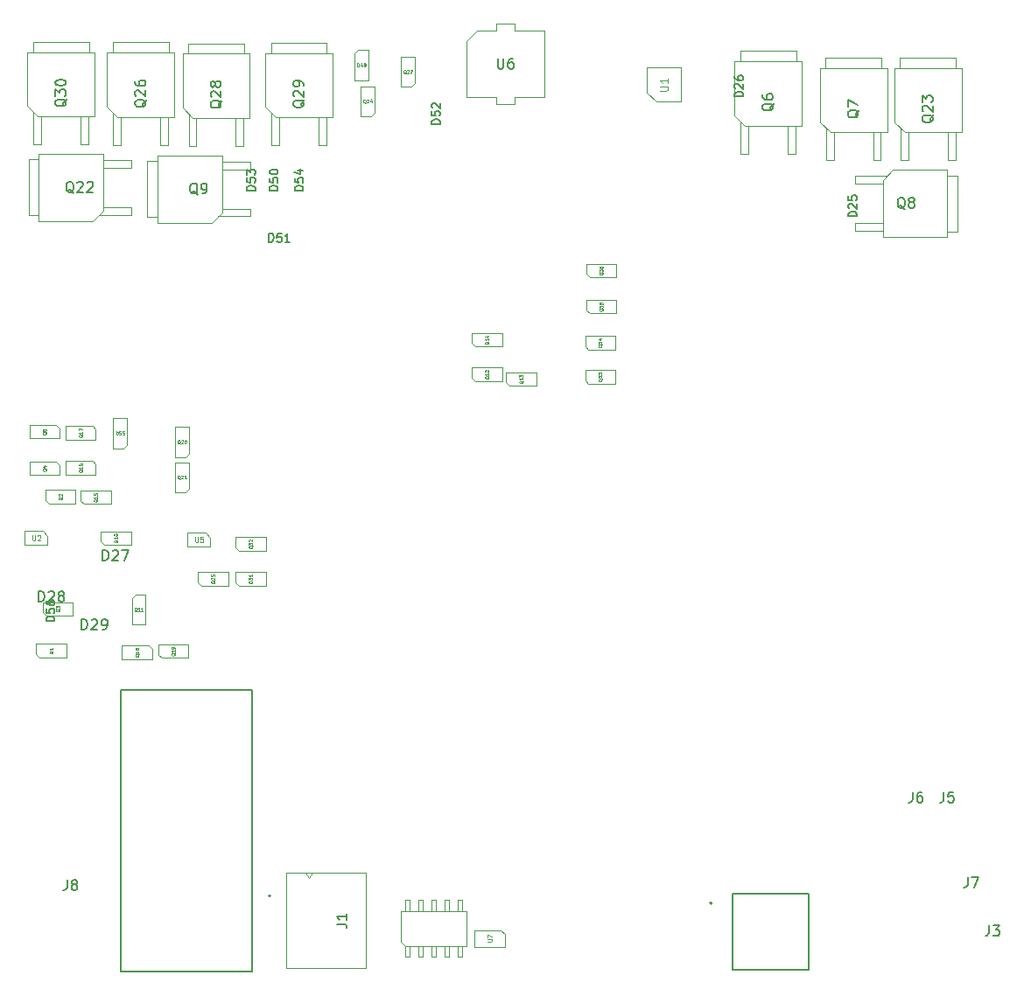
<source format=gbr>
G04 #@! TF.GenerationSoftware,KiCad,Pcbnew,(6.0.8)*
G04 #@! TF.CreationDate,2023-01-31T20:31:05+03:00*
G04 #@! TF.ProjectId,alphax_4ch,616c7068-6178-45f3-9463-682e6b696361,a*
G04 #@! TF.SameCoordinates,PX141f5e0PYa2cace0*
G04 #@! TF.FileFunction,AssemblyDrawing,Top*
%FSLAX46Y46*%
G04 Gerber Fmt 4.6, Leading zero omitted, Abs format (unit mm)*
G04 Created by KiCad (PCBNEW (6.0.8)) date 2023-01-31 20:31:05*
%MOMM*%
%LPD*%
G01*
G04 APERTURE LIST*
%ADD10C,0.170000*%
%ADD11C,0.150000*%
%ADD12C,0.050000*%
%ADD13C,0.075000*%
%ADD14C,0.110000*%
%ADD15C,0.060000*%
%ADD16C,0.100000*%
%ADD17C,0.127000*%
%ADD18C,0.200000*%
G04 APERTURE END LIST*
D10*
G04 #@! TO.C,D53*
X22970952Y75909286D02*
X22150952Y75909286D01*
X22150952Y76104524D01*
X22190000Y76221667D01*
X22268095Y76299762D01*
X22346190Y76338810D01*
X22502380Y76377858D01*
X22619523Y76377858D01*
X22775714Y76338810D01*
X22853809Y76299762D01*
X22931904Y76221667D01*
X22970952Y76104524D01*
X22970952Y75909286D01*
X22150952Y77119762D02*
X22150952Y76729286D01*
X22541428Y76690239D01*
X22502380Y76729286D01*
X22463333Y76807381D01*
X22463333Y77002620D01*
X22502380Y77080715D01*
X22541428Y77119762D01*
X22619523Y77158810D01*
X22814761Y77158810D01*
X22892857Y77119762D01*
X22931904Y77080715D01*
X22970952Y77002620D01*
X22970952Y76807381D01*
X22931904Y76729286D01*
X22892857Y76690239D01*
X22150952Y77432143D02*
X22150952Y77939762D01*
X22463333Y77666429D01*
X22463333Y77783572D01*
X22502380Y77861667D01*
X22541428Y77900715D01*
X22619523Y77939762D01*
X22814761Y77939762D01*
X22892857Y77900715D01*
X22931904Y77861667D01*
X22970952Y77783572D01*
X22970952Y77549286D01*
X22931904Y77471191D01*
X22892857Y77432143D01*
D11*
G04 #@! TO.C,J8*
X4769666Y9166620D02*
X4769666Y8452334D01*
X4722047Y8309477D01*
X4626809Y8214239D01*
X4483952Y8166620D01*
X4388714Y8166620D01*
X5388714Y8738048D02*
X5293476Y8785667D01*
X5245857Y8833286D01*
X5198238Y8928524D01*
X5198238Y8976143D01*
X5245857Y9071381D01*
X5293476Y9119000D01*
X5388714Y9166620D01*
X5579190Y9166620D01*
X5674428Y9119000D01*
X5722047Y9071381D01*
X5769666Y8976143D01*
X5769666Y8928524D01*
X5722047Y8833286D01*
X5674428Y8785667D01*
X5579190Y8738048D01*
X5388714Y8738048D01*
X5293476Y8690429D01*
X5245857Y8642810D01*
X5198238Y8547572D01*
X5198238Y8357096D01*
X5245857Y8261858D01*
X5293476Y8214239D01*
X5388714Y8166620D01*
X5579190Y8166620D01*
X5674428Y8214239D01*
X5722047Y8261858D01*
X5769666Y8357096D01*
X5769666Y8547572D01*
X5722047Y8642810D01*
X5674428Y8690429D01*
X5579190Y8738048D01*
G04 #@! TO.C,J5*
X89566666Y17657620D02*
X89566666Y16943334D01*
X89519047Y16800477D01*
X89423809Y16705239D01*
X89280952Y16657620D01*
X89185714Y16657620D01*
X90519047Y17657620D02*
X90042857Y17657620D01*
X89995238Y17181429D01*
X90042857Y17229048D01*
X90138095Y17276667D01*
X90376190Y17276667D01*
X90471428Y17229048D01*
X90519047Y17181429D01*
X90566666Y17086191D01*
X90566666Y16848096D01*
X90519047Y16752858D01*
X90471428Y16705239D01*
X90376190Y16657620D01*
X90138095Y16657620D01*
X90042857Y16705239D01*
X89995238Y16752858D01*
D12*
G04 #@! TO.C,D49*
X32861428Y87905239D02*
X32861428Y88225239D01*
X32937619Y88225239D01*
X32983333Y88210000D01*
X33013809Y88179524D01*
X33029047Y88149048D01*
X33044285Y88088096D01*
X33044285Y88042381D01*
X33029047Y87981429D01*
X33013809Y87950953D01*
X32983333Y87920477D01*
X32937619Y87905239D01*
X32861428Y87905239D01*
X33318571Y88118572D02*
X33318571Y87905239D01*
X33242380Y88240477D02*
X33166190Y88011905D01*
X33364285Y88011905D01*
X33501428Y87905239D02*
X33562380Y87905239D01*
X33592857Y87920477D01*
X33608095Y87935715D01*
X33638571Y87981429D01*
X33653809Y88042381D01*
X33653809Y88164286D01*
X33638571Y88194762D01*
X33623333Y88210000D01*
X33592857Y88225239D01*
X33531904Y88225239D01*
X33501428Y88210000D01*
X33486190Y88194762D01*
X33470952Y88164286D01*
X33470952Y88088096D01*
X33486190Y88057620D01*
X33501428Y88042381D01*
X33531904Y88027143D01*
X33592857Y88027143D01*
X33623333Y88042381D01*
X33638571Y88057620D01*
X33653809Y88088096D01*
G04 #@! TO.C,Q13*
X48885238Y57467143D02*
X48870000Y57436667D01*
X48839523Y57406191D01*
X48793809Y57360477D01*
X48778571Y57330000D01*
X48778571Y57299524D01*
X48854761Y57314762D02*
X48839523Y57284286D01*
X48809047Y57253810D01*
X48748095Y57238572D01*
X48641428Y57238572D01*
X48580476Y57253810D01*
X48550000Y57284286D01*
X48534761Y57314762D01*
X48534761Y57375715D01*
X48550000Y57406191D01*
X48580476Y57436667D01*
X48641428Y57451905D01*
X48748095Y57451905D01*
X48809047Y57436667D01*
X48839523Y57406191D01*
X48854761Y57375715D01*
X48854761Y57314762D01*
X48854761Y57756667D02*
X48854761Y57573810D01*
X48854761Y57665239D02*
X48534761Y57665239D01*
X48580476Y57634762D01*
X48610952Y57604286D01*
X48626190Y57573810D01*
X48534761Y57863334D02*
X48534761Y58061429D01*
X48656666Y57954762D01*
X48656666Y58000477D01*
X48671904Y58030953D01*
X48687142Y58046191D01*
X48717619Y58061429D01*
X48793809Y58061429D01*
X48824285Y58046191D01*
X48839523Y58030953D01*
X48854761Y58000477D01*
X48854761Y57909048D01*
X48839523Y57878572D01*
X48824285Y57863334D01*
D11*
G04 #@! TO.C,Q29*
X27747619Y84678572D02*
X27700000Y84583334D01*
X27604761Y84488096D01*
X27461904Y84345239D01*
X27414285Y84250000D01*
X27414285Y84154762D01*
X27652380Y84202381D02*
X27604761Y84107143D01*
X27509523Y84011905D01*
X27319047Y83964286D01*
X26985714Y83964286D01*
X26795238Y84011905D01*
X26700000Y84107143D01*
X26652380Y84202381D01*
X26652380Y84392858D01*
X26700000Y84488096D01*
X26795238Y84583334D01*
X26985714Y84630953D01*
X27319047Y84630953D01*
X27509523Y84583334D01*
X27604761Y84488096D01*
X27652380Y84392858D01*
X27652380Y84202381D01*
X26747619Y85011905D02*
X26700000Y85059524D01*
X26652380Y85154762D01*
X26652380Y85392858D01*
X26700000Y85488096D01*
X26747619Y85535715D01*
X26842857Y85583334D01*
X26938095Y85583334D01*
X27080952Y85535715D01*
X27652380Y84964286D01*
X27652380Y85583334D01*
X27652380Y86059524D02*
X27652380Y86250000D01*
X27604761Y86345239D01*
X27557142Y86392858D01*
X27414285Y86488096D01*
X27223809Y86535715D01*
X26842857Y86535715D01*
X26747619Y86488096D01*
X26700000Y86440477D01*
X26652380Y86345239D01*
X26652380Y86154762D01*
X26700000Y86059524D01*
X26747619Y86011905D01*
X26842857Y85964286D01*
X27080952Y85964286D01*
X27176190Y86011905D01*
X27223809Y86059524D01*
X27271428Y86154762D01*
X27271428Y86345239D01*
X27223809Y86440477D01*
X27176190Y86488096D01*
X27080952Y86535715D01*
D12*
G04 #@! TO.C,Q1*
X3425238Y31319534D02*
X3410000Y31289058D01*
X3379523Y31258582D01*
X3333809Y31212868D01*
X3318571Y31182391D01*
X3318571Y31151915D01*
X3394761Y31167153D02*
X3379523Y31136677D01*
X3349047Y31106201D01*
X3288095Y31090963D01*
X3181428Y31090963D01*
X3120476Y31106201D01*
X3090000Y31136677D01*
X3074761Y31167153D01*
X3074761Y31228106D01*
X3090000Y31258582D01*
X3120476Y31289058D01*
X3181428Y31304296D01*
X3288095Y31304296D01*
X3349047Y31289058D01*
X3379523Y31258582D01*
X3394761Y31228106D01*
X3394761Y31167153D01*
X3394761Y31609058D02*
X3394761Y31426201D01*
X3394761Y31517630D02*
X3074761Y31517630D01*
X3120476Y31487153D01*
X3150952Y31456677D01*
X3166190Y31426201D01*
D13*
G04 #@! TO.C,U5*
X17169047Y42373810D02*
X17169047Y41969048D01*
X17192857Y41921429D01*
X17216666Y41897620D01*
X17264285Y41873810D01*
X17359523Y41873810D01*
X17407142Y41897620D01*
X17430952Y41921429D01*
X17454761Y41969048D01*
X17454761Y42373810D01*
X17930952Y42373810D02*
X17692857Y42373810D01*
X17669047Y42135715D01*
X17692857Y42159524D01*
X17740476Y42183334D01*
X17859523Y42183334D01*
X17907142Y42159524D01*
X17930952Y42135715D01*
X17954761Y42088096D01*
X17954761Y41969048D01*
X17930952Y41921429D01*
X17907142Y41897620D01*
X17859523Y41873810D01*
X17740476Y41873810D01*
X17692857Y41897620D01*
X17669047Y41921429D01*
D11*
G04 #@! TO.C,D28*
X2035714Y36097630D02*
X2035714Y37097630D01*
X2273809Y37097630D01*
X2416666Y37050010D01*
X2511904Y36954772D01*
X2559523Y36859534D01*
X2607142Y36669058D01*
X2607142Y36526201D01*
X2559523Y36335725D01*
X2511904Y36240487D01*
X2416666Y36145249D01*
X2273809Y36097630D01*
X2035714Y36097630D01*
X2988095Y37002391D02*
X3035714Y37050010D01*
X3130952Y37097630D01*
X3369047Y37097630D01*
X3464285Y37050010D01*
X3511904Y37002391D01*
X3559523Y36907153D01*
X3559523Y36811915D01*
X3511904Y36669058D01*
X2940476Y36097630D01*
X3559523Y36097630D01*
X4130952Y36669058D02*
X4035714Y36716677D01*
X3988095Y36764296D01*
X3940476Y36859534D01*
X3940476Y36907153D01*
X3988095Y37002391D01*
X4035714Y37050010D01*
X4130952Y37097630D01*
X4321428Y37097630D01*
X4416666Y37050010D01*
X4464285Y37002391D01*
X4511904Y36907153D01*
X4511904Y36859534D01*
X4464285Y36764296D01*
X4416666Y36716677D01*
X4321428Y36669058D01*
X4130952Y36669058D01*
X4035714Y36621439D01*
X3988095Y36573820D01*
X3940476Y36478582D01*
X3940476Y36288106D01*
X3988095Y36192868D01*
X4035714Y36145249D01*
X4130952Y36097630D01*
X4321428Y36097630D01*
X4416666Y36145249D01*
X4464285Y36192868D01*
X4511904Y36288106D01*
X4511904Y36478582D01*
X4464285Y36573820D01*
X4416666Y36621439D01*
X4321428Y36669058D01*
D12*
G04 #@! TO.C,Q35*
X56625238Y64467143D02*
X56610000Y64436667D01*
X56579523Y64406191D01*
X56533809Y64360477D01*
X56518571Y64330000D01*
X56518571Y64299524D01*
X56594761Y64314762D02*
X56579523Y64284286D01*
X56549047Y64253810D01*
X56488095Y64238572D01*
X56381428Y64238572D01*
X56320476Y64253810D01*
X56290000Y64284286D01*
X56274761Y64314762D01*
X56274761Y64375715D01*
X56290000Y64406191D01*
X56320476Y64436667D01*
X56381428Y64451905D01*
X56488095Y64451905D01*
X56549047Y64436667D01*
X56579523Y64406191D01*
X56594761Y64375715D01*
X56594761Y64314762D01*
X56274761Y64558572D02*
X56274761Y64756667D01*
X56396666Y64650000D01*
X56396666Y64695715D01*
X56411904Y64726191D01*
X56427142Y64741429D01*
X56457619Y64756667D01*
X56533809Y64756667D01*
X56564285Y64741429D01*
X56579523Y64726191D01*
X56594761Y64695715D01*
X56594761Y64604286D01*
X56579523Y64573810D01*
X56564285Y64558572D01*
X56274761Y65046191D02*
X56274761Y64893810D01*
X56427142Y64878572D01*
X56411904Y64893810D01*
X56396666Y64924286D01*
X56396666Y65000477D01*
X56411904Y65030953D01*
X56427142Y65046191D01*
X56457619Y65061429D01*
X56533809Y65061429D01*
X56564285Y65046191D01*
X56579523Y65030953D01*
X56594761Y65000477D01*
X56594761Y64924286D01*
X56579523Y64893810D01*
X56564285Y64878572D01*
D11*
G04 #@! TO.C,J1*
X30852380Y4866667D02*
X31566666Y4866667D01*
X31709523Y4819048D01*
X31804761Y4723810D01*
X31852380Y4580953D01*
X31852380Y4485715D01*
X31852380Y5866667D02*
X31852380Y5295239D01*
X31852380Y5580953D02*
X30852380Y5580953D01*
X30995238Y5485715D01*
X31090476Y5390477D01*
X31138095Y5295239D01*
G04 #@! TO.C,Q8*
X85854761Y74102381D02*
X85759523Y74150000D01*
X85664285Y74245239D01*
X85521428Y74388096D01*
X85426190Y74435715D01*
X85330952Y74435715D01*
X85378571Y74197620D02*
X85283333Y74245239D01*
X85188095Y74340477D01*
X85140476Y74530953D01*
X85140476Y74864286D01*
X85188095Y75054762D01*
X85283333Y75150000D01*
X85378571Y75197620D01*
X85569047Y75197620D01*
X85664285Y75150000D01*
X85759523Y75054762D01*
X85807142Y74864286D01*
X85807142Y74530953D01*
X85759523Y74340477D01*
X85664285Y74245239D01*
X85569047Y74197620D01*
X85378571Y74197620D01*
X86378571Y74769048D02*
X86283333Y74816667D01*
X86235714Y74864286D01*
X86188095Y74959524D01*
X86188095Y75007143D01*
X86235714Y75102381D01*
X86283333Y75150000D01*
X86378571Y75197620D01*
X86569047Y75197620D01*
X86664285Y75150000D01*
X86711904Y75102381D01*
X86759523Y75007143D01*
X86759523Y74959524D01*
X86711904Y74864286D01*
X86664285Y74816667D01*
X86569047Y74769048D01*
X86378571Y74769048D01*
X86283333Y74721429D01*
X86235714Y74673810D01*
X86188095Y74578572D01*
X86188095Y74388096D01*
X86235714Y74292858D01*
X86283333Y74245239D01*
X86378571Y74197620D01*
X86569047Y74197620D01*
X86664285Y74245239D01*
X86711904Y74292858D01*
X86759523Y74388096D01*
X86759523Y74578572D01*
X86711904Y74673810D01*
X86664285Y74721429D01*
X86569047Y74769048D01*
D12*
G04 #@! TO.C,Q4*
X2775238Y48969534D02*
X2760000Y48939058D01*
X2729523Y48908582D01*
X2683809Y48862868D01*
X2668571Y48832391D01*
X2668571Y48801915D01*
X2744761Y48817153D02*
X2729523Y48786677D01*
X2699047Y48756201D01*
X2638095Y48740963D01*
X2531428Y48740963D01*
X2470476Y48756201D01*
X2440000Y48786677D01*
X2424761Y48817153D01*
X2424761Y48878106D01*
X2440000Y48908582D01*
X2470476Y48939058D01*
X2531428Y48954296D01*
X2638095Y48954296D01*
X2699047Y48939058D01*
X2729523Y48908582D01*
X2744761Y48878106D01*
X2744761Y48817153D01*
X2531428Y49228582D02*
X2744761Y49228582D01*
X2409523Y49152391D02*
X2638095Y49076201D01*
X2638095Y49274296D01*
G04 #@! TO.C,Q3*
X4075238Y35369524D02*
X4060000Y35339048D01*
X4029523Y35308572D01*
X3983809Y35262858D01*
X3968571Y35232381D01*
X3968571Y35201905D01*
X4044761Y35217143D02*
X4029523Y35186667D01*
X3999047Y35156191D01*
X3938095Y35140953D01*
X3831428Y35140953D01*
X3770476Y35156191D01*
X3740000Y35186667D01*
X3724761Y35217143D01*
X3724761Y35278096D01*
X3740000Y35308572D01*
X3770476Y35339048D01*
X3831428Y35354286D01*
X3938095Y35354286D01*
X3999047Y35339048D01*
X4029523Y35308572D01*
X4044761Y35278096D01*
X4044761Y35217143D01*
X3724761Y35460953D02*
X3724761Y35659048D01*
X3846666Y35552381D01*
X3846666Y35598096D01*
X3861904Y35628572D01*
X3877142Y35643810D01*
X3907619Y35659048D01*
X3983809Y35659048D01*
X4014285Y35643810D01*
X4029523Y35628572D01*
X4044761Y35598096D01*
X4044761Y35506667D01*
X4029523Y35476191D01*
X4014285Y35460953D01*
D11*
G04 #@! TO.C,U6*
X46438095Y88697620D02*
X46438095Y87888096D01*
X46485714Y87792858D01*
X46533333Y87745239D01*
X46628571Y87697620D01*
X46819047Y87697620D01*
X46914285Y87745239D01*
X46961904Y87792858D01*
X47009523Y87888096D01*
X47009523Y88697620D01*
X47914285Y88697620D02*
X47723809Y88697620D01*
X47628571Y88650000D01*
X47580952Y88602381D01*
X47485714Y88459524D01*
X47438095Y88269048D01*
X47438095Y87888096D01*
X47485714Y87792858D01*
X47533333Y87745239D01*
X47628571Y87697620D01*
X47819047Y87697620D01*
X47914285Y87745239D01*
X47961904Y87792858D01*
X48009523Y87888096D01*
X48009523Y88126191D01*
X47961904Y88221429D01*
X47914285Y88269048D01*
X47819047Y88316667D01*
X47628571Y88316667D01*
X47533333Y88269048D01*
X47485714Y88221429D01*
X47438095Y88126191D01*
D12*
G04 #@! TO.C,Q31*
X22725238Y38117143D02*
X22710000Y38086667D01*
X22679523Y38056191D01*
X22633809Y38010477D01*
X22618571Y37980000D01*
X22618571Y37949524D01*
X22694761Y37964762D02*
X22679523Y37934286D01*
X22649047Y37903810D01*
X22588095Y37888572D01*
X22481428Y37888572D01*
X22420476Y37903810D01*
X22390000Y37934286D01*
X22374761Y37964762D01*
X22374761Y38025715D01*
X22390000Y38056191D01*
X22420476Y38086667D01*
X22481428Y38101905D01*
X22588095Y38101905D01*
X22649047Y38086667D01*
X22679523Y38056191D01*
X22694761Y38025715D01*
X22694761Y37964762D01*
X22374761Y38208572D02*
X22374761Y38406667D01*
X22496666Y38300000D01*
X22496666Y38345715D01*
X22511904Y38376191D01*
X22527142Y38391429D01*
X22557619Y38406667D01*
X22633809Y38406667D01*
X22664285Y38391429D01*
X22679523Y38376191D01*
X22694761Y38345715D01*
X22694761Y38254286D01*
X22679523Y38223810D01*
X22664285Y38208572D01*
X22694761Y38711429D02*
X22694761Y38528572D01*
X22694761Y38620000D02*
X22374761Y38620000D01*
X22420476Y38589524D01*
X22450952Y38559048D01*
X22466190Y38528572D01*
D13*
G04 #@! TO.C,U2*
X1419047Y42523820D02*
X1419047Y42119058D01*
X1442857Y42071439D01*
X1466666Y42047630D01*
X1514285Y42023820D01*
X1609523Y42023820D01*
X1657142Y42047630D01*
X1680952Y42071439D01*
X1704761Y42119058D01*
X1704761Y42523820D01*
X1919047Y42476201D02*
X1942857Y42500010D01*
X1990476Y42523820D01*
X2109523Y42523820D01*
X2157142Y42500010D01*
X2180952Y42476201D01*
X2204761Y42428582D01*
X2204761Y42380963D01*
X2180952Y42309534D01*
X1895238Y42023820D01*
X2204761Y42023820D01*
D12*
G04 #@! TO.C,Q15*
X7725238Y46017143D02*
X7710000Y45986667D01*
X7679523Y45956191D01*
X7633809Y45910477D01*
X7618571Y45880000D01*
X7618571Y45849524D01*
X7694761Y45864762D02*
X7679523Y45834286D01*
X7649047Y45803810D01*
X7588095Y45788572D01*
X7481428Y45788572D01*
X7420476Y45803810D01*
X7390000Y45834286D01*
X7374761Y45864762D01*
X7374761Y45925715D01*
X7390000Y45956191D01*
X7420476Y45986667D01*
X7481428Y46001905D01*
X7588095Y46001905D01*
X7649047Y45986667D01*
X7679523Y45956191D01*
X7694761Y45925715D01*
X7694761Y45864762D01*
X7694761Y46306667D02*
X7694761Y46123810D01*
X7694761Y46215239D02*
X7374761Y46215239D01*
X7420476Y46184762D01*
X7450952Y46154286D01*
X7466190Y46123810D01*
X7374761Y46596191D02*
X7374761Y46443810D01*
X7527142Y46428572D01*
X7511904Y46443810D01*
X7496666Y46474286D01*
X7496666Y46550477D01*
X7511904Y46580953D01*
X7527142Y46596191D01*
X7557619Y46611429D01*
X7633809Y46611429D01*
X7664285Y46596191D01*
X7679523Y46580953D01*
X7694761Y46550477D01*
X7694761Y46474286D01*
X7679523Y46443810D01*
X7664285Y46428572D01*
G04 #@! TO.C,Q33*
X56525238Y57667143D02*
X56510000Y57636667D01*
X56479523Y57606191D01*
X56433809Y57560477D01*
X56418571Y57530000D01*
X56418571Y57499524D01*
X56494761Y57514762D02*
X56479523Y57484286D01*
X56449047Y57453810D01*
X56388095Y57438572D01*
X56281428Y57438572D01*
X56220476Y57453810D01*
X56190000Y57484286D01*
X56174761Y57514762D01*
X56174761Y57575715D01*
X56190000Y57606191D01*
X56220476Y57636667D01*
X56281428Y57651905D01*
X56388095Y57651905D01*
X56449047Y57636667D01*
X56479523Y57606191D01*
X56494761Y57575715D01*
X56494761Y57514762D01*
X56174761Y57758572D02*
X56174761Y57956667D01*
X56296666Y57850000D01*
X56296666Y57895715D01*
X56311904Y57926191D01*
X56327142Y57941429D01*
X56357619Y57956667D01*
X56433809Y57956667D01*
X56464285Y57941429D01*
X56479523Y57926191D01*
X56494761Y57895715D01*
X56494761Y57804286D01*
X56479523Y57773810D01*
X56464285Y57758572D01*
X56174761Y58063334D02*
X56174761Y58261429D01*
X56296666Y58154762D01*
X56296666Y58200477D01*
X56311904Y58230953D01*
X56327142Y58246191D01*
X56357619Y58261429D01*
X56433809Y58261429D01*
X56464285Y58246191D01*
X56479523Y58230953D01*
X56494761Y58200477D01*
X56494761Y58109048D01*
X56479523Y58078572D01*
X56464285Y58063334D01*
G04 #@! TO.C,Q19*
X15225238Y31117143D02*
X15210000Y31086667D01*
X15179523Y31056191D01*
X15133809Y31010477D01*
X15118571Y30980000D01*
X15118571Y30949524D01*
X15194761Y30964762D02*
X15179523Y30934286D01*
X15149047Y30903810D01*
X15088095Y30888572D01*
X14981428Y30888572D01*
X14920476Y30903810D01*
X14890000Y30934286D01*
X14874761Y30964762D01*
X14874761Y31025715D01*
X14890000Y31056191D01*
X14920476Y31086667D01*
X14981428Y31101905D01*
X15088095Y31101905D01*
X15149047Y31086667D01*
X15179523Y31056191D01*
X15194761Y31025715D01*
X15194761Y30964762D01*
X15194761Y31406667D02*
X15194761Y31223810D01*
X15194761Y31315239D02*
X14874761Y31315239D01*
X14920476Y31284762D01*
X14950952Y31254286D01*
X14966190Y31223810D01*
X15194761Y31559048D02*
X15194761Y31620000D01*
X15179523Y31650477D01*
X15164285Y31665715D01*
X15118571Y31696191D01*
X15057619Y31711429D01*
X14935714Y31711429D01*
X14905238Y31696191D01*
X14890000Y31680953D01*
X14874761Y31650477D01*
X14874761Y31589524D01*
X14890000Y31559048D01*
X14905238Y31543810D01*
X14935714Y31528572D01*
X15011904Y31528572D01*
X15042380Y31543810D01*
X15057619Y31559048D01*
X15072857Y31589524D01*
X15072857Y31650477D01*
X15057619Y31680953D01*
X15042380Y31696191D01*
X15011904Y31711429D01*
G04 #@! TO.C,Q32*
X22725238Y41517143D02*
X22710000Y41486667D01*
X22679523Y41456191D01*
X22633809Y41410477D01*
X22618571Y41380000D01*
X22618571Y41349524D01*
X22694761Y41364762D02*
X22679523Y41334286D01*
X22649047Y41303810D01*
X22588095Y41288572D01*
X22481428Y41288572D01*
X22420476Y41303810D01*
X22390000Y41334286D01*
X22374761Y41364762D01*
X22374761Y41425715D01*
X22390000Y41456191D01*
X22420476Y41486667D01*
X22481428Y41501905D01*
X22588095Y41501905D01*
X22649047Y41486667D01*
X22679523Y41456191D01*
X22694761Y41425715D01*
X22694761Y41364762D01*
X22374761Y41608572D02*
X22374761Y41806667D01*
X22496666Y41700000D01*
X22496666Y41745715D01*
X22511904Y41776191D01*
X22527142Y41791429D01*
X22557619Y41806667D01*
X22633809Y41806667D01*
X22664285Y41791429D01*
X22679523Y41776191D01*
X22694761Y41745715D01*
X22694761Y41654286D01*
X22679523Y41623810D01*
X22664285Y41608572D01*
X22405238Y41928572D02*
X22390000Y41943810D01*
X22374761Y41974286D01*
X22374761Y42050477D01*
X22390000Y42080953D01*
X22405238Y42096191D01*
X22435714Y42111429D01*
X22466190Y42111429D01*
X22511904Y42096191D01*
X22694761Y41913334D01*
X22694761Y42111429D01*
G04 #@! TO.C,Q18*
X11725238Y31017143D02*
X11710000Y30986667D01*
X11679523Y30956191D01*
X11633809Y30910477D01*
X11618571Y30880000D01*
X11618571Y30849524D01*
X11694761Y30864762D02*
X11679523Y30834286D01*
X11649047Y30803810D01*
X11588095Y30788572D01*
X11481428Y30788572D01*
X11420476Y30803810D01*
X11390000Y30834286D01*
X11374761Y30864762D01*
X11374761Y30925715D01*
X11390000Y30956191D01*
X11420476Y30986667D01*
X11481428Y31001905D01*
X11588095Y31001905D01*
X11649047Y30986667D01*
X11679523Y30956191D01*
X11694761Y30925715D01*
X11694761Y30864762D01*
X11694761Y31306667D02*
X11694761Y31123810D01*
X11694761Y31215239D02*
X11374761Y31215239D01*
X11420476Y31184762D01*
X11450952Y31154286D01*
X11466190Y31123810D01*
X11511904Y31489524D02*
X11496666Y31459048D01*
X11481428Y31443810D01*
X11450952Y31428572D01*
X11435714Y31428572D01*
X11405238Y31443810D01*
X11390000Y31459048D01*
X11374761Y31489524D01*
X11374761Y31550477D01*
X11390000Y31580953D01*
X11405238Y31596191D01*
X11435714Y31611429D01*
X11450952Y31611429D01*
X11481428Y31596191D01*
X11496666Y31580953D01*
X11511904Y31550477D01*
X11511904Y31489524D01*
X11527142Y31459048D01*
X11542380Y31443810D01*
X11572857Y31428572D01*
X11633809Y31428572D01*
X11664285Y31443810D01*
X11679523Y31459048D01*
X11694761Y31489524D01*
X11694761Y31550477D01*
X11679523Y31580953D01*
X11664285Y31596191D01*
X11633809Y31611429D01*
X11572857Y31611429D01*
X11542380Y31596191D01*
X11527142Y31580953D01*
X11511904Y31550477D01*
D10*
G04 #@! TO.C,D26*
X70170952Y85009286D02*
X69350952Y85009286D01*
X69350952Y85204524D01*
X69390000Y85321667D01*
X69468095Y85399762D01*
X69546190Y85438810D01*
X69702380Y85477858D01*
X69819523Y85477858D01*
X69975714Y85438810D01*
X70053809Y85399762D01*
X70131904Y85321667D01*
X70170952Y85204524D01*
X70170952Y85009286D01*
X69429047Y85790239D02*
X69390000Y85829286D01*
X69350952Y85907381D01*
X69350952Y86102620D01*
X69390000Y86180715D01*
X69429047Y86219762D01*
X69507142Y86258810D01*
X69585238Y86258810D01*
X69702380Y86219762D01*
X70170952Y85751191D01*
X70170952Y86258810D01*
X69350952Y86961667D02*
X69350952Y86805477D01*
X69390000Y86727381D01*
X69429047Y86688334D01*
X69546190Y86610239D01*
X69702380Y86571191D01*
X70014761Y86571191D01*
X70092857Y86610239D01*
X70131904Y86649286D01*
X70170952Y86727381D01*
X70170952Y86883572D01*
X70131904Y86961667D01*
X70092857Y87000715D01*
X70014761Y87039762D01*
X69819523Y87039762D01*
X69741428Y87000715D01*
X69702380Y86961667D01*
X69663333Y86883572D01*
X69663333Y86727381D01*
X69702380Y86649286D01*
X69741428Y86610239D01*
X69819523Y86571191D01*
D11*
G04 #@! TO.C,Q30*
X4747619Y84778572D02*
X4700000Y84683334D01*
X4604761Y84588096D01*
X4461904Y84445239D01*
X4414285Y84350000D01*
X4414285Y84254762D01*
X4652380Y84302381D02*
X4604761Y84207143D01*
X4509523Y84111905D01*
X4319047Y84064286D01*
X3985714Y84064286D01*
X3795238Y84111905D01*
X3700000Y84207143D01*
X3652380Y84302381D01*
X3652380Y84492858D01*
X3700000Y84588096D01*
X3795238Y84683334D01*
X3985714Y84730953D01*
X4319047Y84730953D01*
X4509523Y84683334D01*
X4604761Y84588096D01*
X4652380Y84492858D01*
X4652380Y84302381D01*
X3652380Y85064286D02*
X3652380Y85683334D01*
X4033333Y85350000D01*
X4033333Y85492858D01*
X4080952Y85588096D01*
X4128571Y85635715D01*
X4223809Y85683334D01*
X4461904Y85683334D01*
X4557142Y85635715D01*
X4604761Y85588096D01*
X4652380Y85492858D01*
X4652380Y85207143D01*
X4604761Y85111905D01*
X4557142Y85064286D01*
X3652380Y86302381D02*
X3652380Y86397620D01*
X3700000Y86492858D01*
X3747619Y86540477D01*
X3842857Y86588096D01*
X4033333Y86635715D01*
X4271428Y86635715D01*
X4461904Y86588096D01*
X4557142Y86540477D01*
X4604761Y86492858D01*
X4652380Y86397620D01*
X4652380Y86302381D01*
X4604761Y86207143D01*
X4557142Y86159524D01*
X4461904Y86111905D01*
X4271428Y86064286D01*
X4033333Y86064286D01*
X3842857Y86111905D01*
X3747619Y86159524D01*
X3700000Y86207143D01*
X3652380Y86302381D01*
G04 #@! TO.C,J6*
X86556666Y17657620D02*
X86556666Y16943334D01*
X86509047Y16800477D01*
X86413809Y16705239D01*
X86270952Y16657620D01*
X86175714Y16657620D01*
X87461428Y17657620D02*
X87270952Y17657620D01*
X87175714Y17610000D01*
X87128095Y17562381D01*
X87032857Y17419524D01*
X86985238Y17229048D01*
X86985238Y16848096D01*
X87032857Y16752858D01*
X87080476Y16705239D01*
X87175714Y16657620D01*
X87366190Y16657620D01*
X87461428Y16705239D01*
X87509047Y16752858D01*
X87556666Y16848096D01*
X87556666Y17086191D01*
X87509047Y17181429D01*
X87461428Y17229048D01*
X87366190Y17276667D01*
X87175714Y17276667D01*
X87080476Y17229048D01*
X87032857Y17181429D01*
X86985238Y17086191D01*
D12*
G04 #@! TO.C,Q14*
X45575238Y61267143D02*
X45560000Y61236667D01*
X45529523Y61206191D01*
X45483809Y61160477D01*
X45468571Y61130000D01*
X45468571Y61099524D01*
X45544761Y61114762D02*
X45529523Y61084286D01*
X45499047Y61053810D01*
X45438095Y61038572D01*
X45331428Y61038572D01*
X45270476Y61053810D01*
X45240000Y61084286D01*
X45224761Y61114762D01*
X45224761Y61175715D01*
X45240000Y61206191D01*
X45270476Y61236667D01*
X45331428Y61251905D01*
X45438095Y61251905D01*
X45499047Y61236667D01*
X45529523Y61206191D01*
X45544761Y61175715D01*
X45544761Y61114762D01*
X45544761Y61556667D02*
X45544761Y61373810D01*
X45544761Y61465239D02*
X45224761Y61465239D01*
X45270476Y61434762D01*
X45300952Y61404286D01*
X45316190Y61373810D01*
X45331428Y61830953D02*
X45544761Y61830953D01*
X45209523Y61754762D02*
X45438095Y61678572D01*
X45438095Y61876667D01*
G04 #@! TO.C,Q27*
X37567142Y87224762D02*
X37536666Y87240000D01*
X37506190Y87270477D01*
X37460476Y87316191D01*
X37430000Y87331429D01*
X37399523Y87331429D01*
X37414761Y87255239D02*
X37384285Y87270477D01*
X37353809Y87300953D01*
X37338571Y87361905D01*
X37338571Y87468572D01*
X37353809Y87529524D01*
X37384285Y87560000D01*
X37414761Y87575239D01*
X37475714Y87575239D01*
X37506190Y87560000D01*
X37536666Y87529524D01*
X37551904Y87468572D01*
X37551904Y87361905D01*
X37536666Y87300953D01*
X37506190Y87270477D01*
X37475714Y87255239D01*
X37414761Y87255239D01*
X37673809Y87544762D02*
X37689047Y87560000D01*
X37719523Y87575239D01*
X37795714Y87575239D01*
X37826190Y87560000D01*
X37841428Y87544762D01*
X37856666Y87514286D01*
X37856666Y87483810D01*
X37841428Y87438096D01*
X37658571Y87255239D01*
X37856666Y87255239D01*
X37963333Y87575239D02*
X38176666Y87575239D01*
X38039523Y87255239D01*
D11*
G04 #@! TO.C,D29*
X6185714Y33397620D02*
X6185714Y34397620D01*
X6423809Y34397620D01*
X6566666Y34350000D01*
X6661904Y34254762D01*
X6709523Y34159524D01*
X6757142Y33969048D01*
X6757142Y33826191D01*
X6709523Y33635715D01*
X6661904Y33540477D01*
X6566666Y33445239D01*
X6423809Y33397620D01*
X6185714Y33397620D01*
X7138095Y34302381D02*
X7185714Y34350000D01*
X7280952Y34397620D01*
X7519047Y34397620D01*
X7614285Y34350000D01*
X7661904Y34302381D01*
X7709523Y34207143D01*
X7709523Y34111905D01*
X7661904Y33969048D01*
X7090476Y33397620D01*
X7709523Y33397620D01*
X8185714Y33397620D02*
X8376190Y33397620D01*
X8471428Y33445239D01*
X8519047Y33492858D01*
X8614285Y33635715D01*
X8661904Y33826191D01*
X8661904Y34207143D01*
X8614285Y34302381D01*
X8566666Y34350000D01*
X8471428Y34397620D01*
X8280952Y34397620D01*
X8185714Y34350000D01*
X8138095Y34302381D01*
X8090476Y34207143D01*
X8090476Y33969048D01*
X8138095Y33873810D01*
X8185714Y33826191D01*
X8280952Y33778572D01*
X8471428Y33778572D01*
X8566666Y33826191D01*
X8614285Y33873810D01*
X8661904Y33969048D01*
D12*
G04 #@! TO.C,Q34*
X56525238Y60979643D02*
X56510000Y60949167D01*
X56479523Y60918691D01*
X56433809Y60872977D01*
X56418571Y60842500D01*
X56418571Y60812024D01*
X56494761Y60827262D02*
X56479523Y60796786D01*
X56449047Y60766310D01*
X56388095Y60751072D01*
X56281428Y60751072D01*
X56220476Y60766310D01*
X56190000Y60796786D01*
X56174761Y60827262D01*
X56174761Y60888215D01*
X56190000Y60918691D01*
X56220476Y60949167D01*
X56281428Y60964405D01*
X56388095Y60964405D01*
X56449047Y60949167D01*
X56479523Y60918691D01*
X56494761Y60888215D01*
X56494761Y60827262D01*
X56174761Y61071072D02*
X56174761Y61269167D01*
X56296666Y61162500D01*
X56296666Y61208215D01*
X56311904Y61238691D01*
X56327142Y61253929D01*
X56357619Y61269167D01*
X56433809Y61269167D01*
X56464285Y61253929D01*
X56479523Y61238691D01*
X56494761Y61208215D01*
X56494761Y61116786D01*
X56479523Y61086310D01*
X56464285Y61071072D01*
X56281428Y61543453D02*
X56494761Y61543453D01*
X56159523Y61467262D02*
X56388095Y61391072D01*
X56388095Y61589167D01*
D10*
G04 #@! TO.C,D50*
X25170952Y75904286D02*
X24350952Y75904286D01*
X24350952Y76099524D01*
X24390000Y76216667D01*
X24468095Y76294762D01*
X24546190Y76333810D01*
X24702380Y76372858D01*
X24819523Y76372858D01*
X24975714Y76333810D01*
X25053809Y76294762D01*
X25131904Y76216667D01*
X25170952Y76099524D01*
X25170952Y75904286D01*
X24350952Y77114762D02*
X24350952Y76724286D01*
X24741428Y76685239D01*
X24702380Y76724286D01*
X24663333Y76802381D01*
X24663333Y76997620D01*
X24702380Y77075715D01*
X24741428Y77114762D01*
X24819523Y77153810D01*
X25014761Y77153810D01*
X25092857Y77114762D01*
X25131904Y77075715D01*
X25170952Y76997620D01*
X25170952Y76802381D01*
X25131904Y76724286D01*
X25092857Y76685239D01*
X24350952Y77661429D02*
X24350952Y77739524D01*
X24390000Y77817620D01*
X24429047Y77856667D01*
X24507142Y77895715D01*
X24663333Y77934762D01*
X24858571Y77934762D01*
X25014761Y77895715D01*
X25092857Y77856667D01*
X25131904Y77817620D01*
X25170952Y77739524D01*
X25170952Y77661429D01*
X25131904Y77583334D01*
X25092857Y77544286D01*
X25014761Y77505239D01*
X24858571Y77466191D01*
X24663333Y77466191D01*
X24507142Y77505239D01*
X24429047Y77544286D01*
X24390000Y77583334D01*
X24350952Y77661429D01*
G04 #@! TO.C,D56*
X3570952Y34204286D02*
X2750952Y34204286D01*
X2750952Y34399524D01*
X2790000Y34516667D01*
X2868095Y34594762D01*
X2946190Y34633810D01*
X3102380Y34672858D01*
X3219523Y34672858D01*
X3375714Y34633810D01*
X3453809Y34594762D01*
X3531904Y34516667D01*
X3570952Y34399524D01*
X3570952Y34204286D01*
X2750952Y35414762D02*
X2750952Y35024286D01*
X3141428Y34985239D01*
X3102380Y35024286D01*
X3063333Y35102381D01*
X3063333Y35297620D01*
X3102380Y35375715D01*
X3141428Y35414762D01*
X3219523Y35453810D01*
X3414761Y35453810D01*
X3492857Y35414762D01*
X3531904Y35375715D01*
X3570952Y35297620D01*
X3570952Y35102381D01*
X3531904Y35024286D01*
X3492857Y34985239D01*
X2750952Y36156667D02*
X2750952Y36000477D01*
X2790000Y35922381D01*
X2829047Y35883334D01*
X2946190Y35805239D01*
X3102380Y35766191D01*
X3414761Y35766191D01*
X3492857Y35805239D01*
X3531904Y35844286D01*
X3570952Y35922381D01*
X3570952Y36078572D01*
X3531904Y36156667D01*
X3492857Y36195715D01*
X3414761Y36234762D01*
X3219523Y36234762D01*
X3141428Y36195715D01*
X3102380Y36156667D01*
X3063333Y36078572D01*
X3063333Y35922381D01*
X3102380Y35844286D01*
X3141428Y35805239D01*
X3219523Y35766191D01*
D14*
G04 #@! TO.C,U1*
X62139285Y85568572D02*
X62746428Y85568572D01*
X62817857Y85604286D01*
X62853571Y85640000D01*
X62889285Y85711429D01*
X62889285Y85854286D01*
X62853571Y85925715D01*
X62817857Y85961429D01*
X62746428Y85997143D01*
X62139285Y85997143D01*
X62889285Y86747143D02*
X62889285Y86318572D01*
X62889285Y86532858D02*
X62139285Y86532858D01*
X62246428Y86461429D01*
X62317857Y86390000D01*
X62353571Y86318572D01*
D12*
G04 #@! TO.C,Q17*
X6275238Y52267153D02*
X6260000Y52236677D01*
X6229523Y52206201D01*
X6183809Y52160487D01*
X6168571Y52130010D01*
X6168571Y52099534D01*
X6244761Y52114772D02*
X6229523Y52084296D01*
X6199047Y52053820D01*
X6138095Y52038582D01*
X6031428Y52038582D01*
X5970476Y52053820D01*
X5940000Y52084296D01*
X5924761Y52114772D01*
X5924761Y52175725D01*
X5940000Y52206201D01*
X5970476Y52236677D01*
X6031428Y52251915D01*
X6138095Y52251915D01*
X6199047Y52236677D01*
X6229523Y52206201D01*
X6244761Y52175725D01*
X6244761Y52114772D01*
X6244761Y52556677D02*
X6244761Y52373820D01*
X6244761Y52465249D02*
X5924761Y52465249D01*
X5970476Y52434772D01*
X6000952Y52404296D01*
X6016190Y52373820D01*
X5924761Y52663344D02*
X5924761Y52876677D01*
X6244761Y52739534D01*
G04 #@! TO.C,Q20*
X15717142Y51374772D02*
X15686666Y51390010D01*
X15656190Y51420487D01*
X15610476Y51466201D01*
X15580000Y51481439D01*
X15549523Y51481439D01*
X15564761Y51405249D02*
X15534285Y51420487D01*
X15503809Y51450963D01*
X15488571Y51511915D01*
X15488571Y51618582D01*
X15503809Y51679534D01*
X15534285Y51710010D01*
X15564761Y51725249D01*
X15625714Y51725249D01*
X15656190Y51710010D01*
X15686666Y51679534D01*
X15701904Y51618582D01*
X15701904Y51511915D01*
X15686666Y51450963D01*
X15656190Y51420487D01*
X15625714Y51405249D01*
X15564761Y51405249D01*
X15823809Y51694772D02*
X15839047Y51710010D01*
X15869523Y51725249D01*
X15945714Y51725249D01*
X15976190Y51710010D01*
X15991428Y51694772D01*
X16006666Y51664296D01*
X16006666Y51633820D01*
X15991428Y51588106D01*
X15808571Y51405249D01*
X16006666Y51405249D01*
X16204761Y51725249D02*
X16235238Y51725249D01*
X16265714Y51710010D01*
X16280952Y51694772D01*
X16296190Y51664296D01*
X16311428Y51603344D01*
X16311428Y51527153D01*
X16296190Y51466201D01*
X16280952Y51435725D01*
X16265714Y51420487D01*
X16235238Y51405249D01*
X16204761Y51405249D01*
X16174285Y51420487D01*
X16159047Y51435725D01*
X16143809Y51466201D01*
X16128571Y51527153D01*
X16128571Y51603344D01*
X16143809Y51664296D01*
X16159047Y51694772D01*
X16174285Y51710010D01*
X16204761Y51725249D01*
D11*
G04 #@! TO.C,Q26*
X12447619Y84728572D02*
X12400000Y84633334D01*
X12304761Y84538096D01*
X12161904Y84395239D01*
X12114285Y84300000D01*
X12114285Y84204762D01*
X12352380Y84252381D02*
X12304761Y84157143D01*
X12209523Y84061905D01*
X12019047Y84014286D01*
X11685714Y84014286D01*
X11495238Y84061905D01*
X11400000Y84157143D01*
X11352380Y84252381D01*
X11352380Y84442858D01*
X11400000Y84538096D01*
X11495238Y84633334D01*
X11685714Y84680953D01*
X12019047Y84680953D01*
X12209523Y84633334D01*
X12304761Y84538096D01*
X12352380Y84442858D01*
X12352380Y84252381D01*
X11447619Y85061905D02*
X11400000Y85109524D01*
X11352380Y85204762D01*
X11352380Y85442858D01*
X11400000Y85538096D01*
X11447619Y85585715D01*
X11542857Y85633334D01*
X11638095Y85633334D01*
X11780952Y85585715D01*
X12352380Y85014286D01*
X12352380Y85633334D01*
X11352380Y86490477D02*
X11352380Y86300000D01*
X11400000Y86204762D01*
X11447619Y86157143D01*
X11590476Y86061905D01*
X11780952Y86014286D01*
X12161904Y86014286D01*
X12257142Y86061905D01*
X12304761Y86109524D01*
X12352380Y86204762D01*
X12352380Y86395239D01*
X12304761Y86490477D01*
X12257142Y86538096D01*
X12161904Y86585715D01*
X11923809Y86585715D01*
X11828571Y86538096D01*
X11780952Y86490477D01*
X11733333Y86395239D01*
X11733333Y86204762D01*
X11780952Y86109524D01*
X11828571Y86061905D01*
X11923809Y86014286D01*
D12*
G04 #@! TO.C,Q5*
X2775238Y52519534D02*
X2760000Y52489058D01*
X2729523Y52458582D01*
X2683809Y52412868D01*
X2668571Y52382391D01*
X2668571Y52351915D01*
X2744761Y52367153D02*
X2729523Y52336677D01*
X2699047Y52306201D01*
X2638095Y52290963D01*
X2531428Y52290963D01*
X2470476Y52306201D01*
X2440000Y52336677D01*
X2424761Y52367153D01*
X2424761Y52428106D01*
X2440000Y52458582D01*
X2470476Y52489058D01*
X2531428Y52504296D01*
X2638095Y52504296D01*
X2699047Y52489058D01*
X2729523Y52458582D01*
X2744761Y52428106D01*
X2744761Y52367153D01*
X2424761Y52793820D02*
X2424761Y52641439D01*
X2577142Y52626201D01*
X2561904Y52641439D01*
X2546666Y52671915D01*
X2546666Y52748106D01*
X2561904Y52778582D01*
X2577142Y52793820D01*
X2607619Y52809058D01*
X2683809Y52809058D01*
X2714285Y52793820D01*
X2729523Y52778582D01*
X2744761Y52748106D01*
X2744761Y52671915D01*
X2729523Y52641439D01*
X2714285Y52626201D01*
G04 #@! TO.C,Q12*
X45575238Y57917143D02*
X45560000Y57886667D01*
X45529523Y57856191D01*
X45483809Y57810477D01*
X45468571Y57780000D01*
X45468571Y57749524D01*
X45544761Y57764762D02*
X45529523Y57734286D01*
X45499047Y57703810D01*
X45438095Y57688572D01*
X45331428Y57688572D01*
X45270476Y57703810D01*
X45240000Y57734286D01*
X45224761Y57764762D01*
X45224761Y57825715D01*
X45240000Y57856191D01*
X45270476Y57886667D01*
X45331428Y57901905D01*
X45438095Y57901905D01*
X45499047Y57886667D01*
X45529523Y57856191D01*
X45544761Y57825715D01*
X45544761Y57764762D01*
X45544761Y58206667D02*
X45544761Y58023810D01*
X45544761Y58115239D02*
X45224761Y58115239D01*
X45270476Y58084762D01*
X45300952Y58054286D01*
X45316190Y58023810D01*
X45255238Y58328572D02*
X45240000Y58343810D01*
X45224761Y58374286D01*
X45224761Y58450477D01*
X45240000Y58480953D01*
X45255238Y58496191D01*
X45285714Y58511429D01*
X45316190Y58511429D01*
X45361904Y58496191D01*
X45544761Y58313334D01*
X45544761Y58511429D01*
G04 #@! TO.C,Q2*
X4325238Y46219534D02*
X4310000Y46189058D01*
X4279523Y46158582D01*
X4233809Y46112868D01*
X4218571Y46082391D01*
X4218571Y46051915D01*
X4294761Y46067153D02*
X4279523Y46036677D01*
X4249047Y46006201D01*
X4188095Y45990963D01*
X4081428Y45990963D01*
X4020476Y46006201D01*
X3990000Y46036677D01*
X3974761Y46067153D01*
X3974761Y46128106D01*
X3990000Y46158582D01*
X4020476Y46189058D01*
X4081428Y46204296D01*
X4188095Y46204296D01*
X4249047Y46189058D01*
X4279523Y46158582D01*
X4294761Y46128106D01*
X4294761Y46067153D01*
X4005238Y46326201D02*
X3990000Y46341439D01*
X3974761Y46371915D01*
X3974761Y46448106D01*
X3990000Y46478582D01*
X4005238Y46493820D01*
X4035714Y46509058D01*
X4066190Y46509058D01*
X4111904Y46493820D01*
X4294761Y46310963D01*
X4294761Y46509058D01*
G04 #@! TO.C,Q16*
X6275238Y48867153D02*
X6260000Y48836677D01*
X6229523Y48806201D01*
X6183809Y48760487D01*
X6168571Y48730010D01*
X6168571Y48699534D01*
X6244761Y48714772D02*
X6229523Y48684296D01*
X6199047Y48653820D01*
X6138095Y48638582D01*
X6031428Y48638582D01*
X5970476Y48653820D01*
X5940000Y48684296D01*
X5924761Y48714772D01*
X5924761Y48775725D01*
X5940000Y48806201D01*
X5970476Y48836677D01*
X6031428Y48851915D01*
X6138095Y48851915D01*
X6199047Y48836677D01*
X6229523Y48806201D01*
X6244761Y48775725D01*
X6244761Y48714772D01*
X6244761Y49156677D02*
X6244761Y48973820D01*
X6244761Y49065249D02*
X5924761Y49065249D01*
X5970476Y49034772D01*
X6000952Y49004296D01*
X6016190Y48973820D01*
X5924761Y49430963D02*
X5924761Y49370010D01*
X5940000Y49339534D01*
X5955238Y49324296D01*
X6000952Y49293820D01*
X6061904Y49278582D01*
X6183809Y49278582D01*
X6214285Y49293820D01*
X6229523Y49309058D01*
X6244761Y49339534D01*
X6244761Y49400487D01*
X6229523Y49430963D01*
X6214285Y49446201D01*
X6183809Y49461439D01*
X6107619Y49461439D01*
X6077142Y49446201D01*
X6061904Y49430963D01*
X6046666Y49400487D01*
X6046666Y49339534D01*
X6061904Y49309058D01*
X6077142Y49293820D01*
X6107619Y49278582D01*
D10*
G04 #@! TO.C,D51*
X24304285Y70929048D02*
X24304285Y71749048D01*
X24499523Y71749048D01*
X24616666Y71710000D01*
X24694761Y71631905D01*
X24733809Y71553810D01*
X24772857Y71397620D01*
X24772857Y71280477D01*
X24733809Y71124286D01*
X24694761Y71046191D01*
X24616666Y70968096D01*
X24499523Y70929048D01*
X24304285Y70929048D01*
X25514761Y71749048D02*
X25124285Y71749048D01*
X25085238Y71358572D01*
X25124285Y71397620D01*
X25202380Y71436667D01*
X25397619Y71436667D01*
X25475714Y71397620D01*
X25514761Y71358572D01*
X25553809Y71280477D01*
X25553809Y71085239D01*
X25514761Y71007143D01*
X25475714Y70968096D01*
X25397619Y70929048D01*
X25202380Y70929048D01*
X25124285Y70968096D01*
X25085238Y71007143D01*
X26334761Y70929048D02*
X25866190Y70929048D01*
X26100476Y70929048D02*
X26100476Y71749048D01*
X26022380Y71631905D01*
X25944285Y71553810D01*
X25866190Y71514762D01*
D12*
G04 #@! TO.C,D55*
X9511428Y52255239D02*
X9511428Y52575239D01*
X9587619Y52575239D01*
X9633333Y52560000D01*
X9663809Y52529524D01*
X9679047Y52499048D01*
X9694285Y52438096D01*
X9694285Y52392381D01*
X9679047Y52331429D01*
X9663809Y52300953D01*
X9633333Y52270477D01*
X9587619Y52255239D01*
X9511428Y52255239D01*
X9983809Y52575239D02*
X9831428Y52575239D01*
X9816190Y52422858D01*
X9831428Y52438096D01*
X9861904Y52453334D01*
X9938095Y52453334D01*
X9968571Y52438096D01*
X9983809Y52422858D01*
X9999047Y52392381D01*
X9999047Y52316191D01*
X9983809Y52285715D01*
X9968571Y52270477D01*
X9938095Y52255239D01*
X9861904Y52255239D01*
X9831428Y52270477D01*
X9816190Y52285715D01*
X10288571Y52575239D02*
X10136190Y52575239D01*
X10120952Y52422858D01*
X10136190Y52438096D01*
X10166666Y52453334D01*
X10242857Y52453334D01*
X10273333Y52438096D01*
X10288571Y52422858D01*
X10303809Y52392381D01*
X10303809Y52316191D01*
X10288571Y52285715D01*
X10273333Y52270477D01*
X10242857Y52255239D01*
X10166666Y52255239D01*
X10136190Y52270477D01*
X10120952Y52285715D01*
D11*
G04 #@! TO.C,Q28*
X19747619Y84628572D02*
X19700000Y84533334D01*
X19604761Y84438096D01*
X19461904Y84295239D01*
X19414285Y84200000D01*
X19414285Y84104762D01*
X19652380Y84152381D02*
X19604761Y84057143D01*
X19509523Y83961905D01*
X19319047Y83914286D01*
X18985714Y83914286D01*
X18795238Y83961905D01*
X18700000Y84057143D01*
X18652380Y84152381D01*
X18652380Y84342858D01*
X18700000Y84438096D01*
X18795238Y84533334D01*
X18985714Y84580953D01*
X19319047Y84580953D01*
X19509523Y84533334D01*
X19604761Y84438096D01*
X19652380Y84342858D01*
X19652380Y84152381D01*
X18747619Y84961905D02*
X18700000Y85009524D01*
X18652380Y85104762D01*
X18652380Y85342858D01*
X18700000Y85438096D01*
X18747619Y85485715D01*
X18842857Y85533334D01*
X18938095Y85533334D01*
X19080952Y85485715D01*
X19652380Y84914286D01*
X19652380Y85533334D01*
X19080952Y86104762D02*
X19033333Y86009524D01*
X18985714Y85961905D01*
X18890476Y85914286D01*
X18842857Y85914286D01*
X18747619Y85961905D01*
X18700000Y86009524D01*
X18652380Y86104762D01*
X18652380Y86295239D01*
X18700000Y86390477D01*
X18747619Y86438096D01*
X18842857Y86485715D01*
X18890476Y86485715D01*
X18985714Y86438096D01*
X19033333Y86390477D01*
X19080952Y86295239D01*
X19080952Y86104762D01*
X19128571Y86009524D01*
X19176190Y85961905D01*
X19271428Y85914286D01*
X19461904Y85914286D01*
X19557142Y85961905D01*
X19604761Y86009524D01*
X19652380Y86104762D01*
X19652380Y86295239D01*
X19604761Y86390477D01*
X19557142Y86438096D01*
X19461904Y86485715D01*
X19271428Y86485715D01*
X19176190Y86438096D01*
X19128571Y86390477D01*
X19080952Y86295239D01*
G04 #@! TO.C,Q7*
X81397619Y83704762D02*
X81350000Y83609524D01*
X81254761Y83514286D01*
X81111904Y83371429D01*
X81064285Y83276191D01*
X81064285Y83180953D01*
X81302380Y83228572D02*
X81254761Y83133334D01*
X81159523Y83038096D01*
X80969047Y82990477D01*
X80635714Y82990477D01*
X80445238Y83038096D01*
X80350000Y83133334D01*
X80302380Y83228572D01*
X80302380Y83419048D01*
X80350000Y83514286D01*
X80445238Y83609524D01*
X80635714Y83657143D01*
X80969047Y83657143D01*
X81159523Y83609524D01*
X81254761Y83514286D01*
X81302380Y83419048D01*
X81302380Y83228572D01*
X80302380Y83990477D02*
X80302380Y84657143D01*
X81302380Y84228572D01*
G04 #@! TO.C,Q6*
X73147619Y84354762D02*
X73100000Y84259524D01*
X73004761Y84164286D01*
X72861904Y84021429D01*
X72814285Y83926191D01*
X72814285Y83830953D01*
X73052380Y83878572D02*
X73004761Y83783334D01*
X72909523Y83688096D01*
X72719047Y83640477D01*
X72385714Y83640477D01*
X72195238Y83688096D01*
X72100000Y83783334D01*
X72052380Y83878572D01*
X72052380Y84069048D01*
X72100000Y84164286D01*
X72195238Y84259524D01*
X72385714Y84307143D01*
X72719047Y84307143D01*
X72909523Y84259524D01*
X73004761Y84164286D01*
X73052380Y84069048D01*
X73052380Y83878572D01*
X72052380Y85164286D02*
X72052380Y84973810D01*
X72100000Y84878572D01*
X72147619Y84830953D01*
X72290476Y84735715D01*
X72480952Y84688096D01*
X72861904Y84688096D01*
X72957142Y84735715D01*
X73004761Y84783334D01*
X73052380Y84878572D01*
X73052380Y85069048D01*
X73004761Y85164286D01*
X72957142Y85211905D01*
X72861904Y85259524D01*
X72623809Y85259524D01*
X72528571Y85211905D01*
X72480952Y85164286D01*
X72433333Y85069048D01*
X72433333Y84878572D01*
X72480952Y84783334D01*
X72528571Y84735715D01*
X72623809Y84688096D01*
D12*
G04 #@! TO.C,Q21*
X15717142Y47974772D02*
X15686666Y47990010D01*
X15656190Y48020487D01*
X15610476Y48066201D01*
X15580000Y48081439D01*
X15549523Y48081439D01*
X15564761Y48005249D02*
X15534285Y48020487D01*
X15503809Y48050963D01*
X15488571Y48111915D01*
X15488571Y48218582D01*
X15503809Y48279534D01*
X15534285Y48310010D01*
X15564761Y48325249D01*
X15625714Y48325249D01*
X15656190Y48310010D01*
X15686666Y48279534D01*
X15701904Y48218582D01*
X15701904Y48111915D01*
X15686666Y48050963D01*
X15656190Y48020487D01*
X15625714Y48005249D01*
X15564761Y48005249D01*
X15823809Y48294772D02*
X15839047Y48310010D01*
X15869523Y48325249D01*
X15945714Y48325249D01*
X15976190Y48310010D01*
X15991428Y48294772D01*
X16006666Y48264296D01*
X16006666Y48233820D01*
X15991428Y48188106D01*
X15808571Y48005249D01*
X16006666Y48005249D01*
X16311428Y48005249D02*
X16128571Y48005249D01*
X16220000Y48005249D02*
X16220000Y48325249D01*
X16189523Y48279534D01*
X16159047Y48249058D01*
X16128571Y48233820D01*
D11*
G04 #@! TO.C,J3*
X93966666Y4747620D02*
X93966666Y4033334D01*
X93919047Y3890477D01*
X93823809Y3795239D01*
X93680952Y3747620D01*
X93585714Y3747620D01*
X94347619Y4747620D02*
X94966666Y4747620D01*
X94633333Y4366667D01*
X94776190Y4366667D01*
X94871428Y4319048D01*
X94919047Y4271429D01*
X94966666Y4176191D01*
X94966666Y3938096D01*
X94919047Y3842858D01*
X94871428Y3795239D01*
X94776190Y3747620D01*
X94490476Y3747620D01*
X94395238Y3795239D01*
X94347619Y3842858D01*
G04 #@! TO.C,D27*
X8235714Y40097630D02*
X8235714Y41097630D01*
X8473809Y41097630D01*
X8616666Y41050010D01*
X8711904Y40954772D01*
X8759523Y40859534D01*
X8807142Y40669058D01*
X8807142Y40526201D01*
X8759523Y40335725D01*
X8711904Y40240487D01*
X8616666Y40145249D01*
X8473809Y40097630D01*
X8235714Y40097630D01*
X9188095Y41002391D02*
X9235714Y41050010D01*
X9330952Y41097630D01*
X9569047Y41097630D01*
X9664285Y41050010D01*
X9711904Y41002391D01*
X9759523Y40907153D01*
X9759523Y40811915D01*
X9711904Y40669058D01*
X9140476Y40097630D01*
X9759523Y40097630D01*
X10092857Y41097630D02*
X10759523Y41097630D01*
X10330952Y40097630D01*
G04 #@! TO.C,J7*
X91914666Y9420620D02*
X91914666Y8706334D01*
X91867047Y8563477D01*
X91771809Y8468239D01*
X91628952Y8420620D01*
X91533714Y8420620D01*
X92295619Y9420620D02*
X92962285Y9420620D01*
X92533714Y8420620D01*
D12*
G04 #@! TO.C,Q24*
X33667142Y84374762D02*
X33636666Y84390000D01*
X33606190Y84420477D01*
X33560476Y84466191D01*
X33530000Y84481429D01*
X33499523Y84481429D01*
X33514761Y84405239D02*
X33484285Y84420477D01*
X33453809Y84450953D01*
X33438571Y84511905D01*
X33438571Y84618572D01*
X33453809Y84679524D01*
X33484285Y84710000D01*
X33514761Y84725239D01*
X33575714Y84725239D01*
X33606190Y84710000D01*
X33636666Y84679524D01*
X33651904Y84618572D01*
X33651904Y84511905D01*
X33636666Y84450953D01*
X33606190Y84420477D01*
X33575714Y84405239D01*
X33514761Y84405239D01*
X33773809Y84694762D02*
X33789047Y84710000D01*
X33819523Y84725239D01*
X33895714Y84725239D01*
X33926190Y84710000D01*
X33941428Y84694762D01*
X33956666Y84664286D01*
X33956666Y84633810D01*
X33941428Y84588096D01*
X33758571Y84405239D01*
X33956666Y84405239D01*
X34230952Y84618572D02*
X34230952Y84405239D01*
X34154761Y84740477D02*
X34078571Y84511905D01*
X34276666Y84511905D01*
D15*
G04 #@! TO.C,U7*
X45450952Y3185239D02*
X45774761Y3185239D01*
X45812857Y3204286D01*
X45831904Y3223334D01*
X45850952Y3261429D01*
X45850952Y3337620D01*
X45831904Y3375715D01*
X45812857Y3394762D01*
X45774761Y3413810D01*
X45450952Y3413810D01*
X45450952Y3566191D02*
X45450952Y3832858D01*
X45850952Y3661429D01*
D12*
G04 #@! TO.C,Q10*
X9675238Y42067153D02*
X9660000Y42036677D01*
X9629523Y42006201D01*
X9583809Y41960487D01*
X9568571Y41930010D01*
X9568571Y41899534D01*
X9644761Y41914772D02*
X9629523Y41884296D01*
X9599047Y41853820D01*
X9538095Y41838582D01*
X9431428Y41838582D01*
X9370476Y41853820D01*
X9340000Y41884296D01*
X9324761Y41914772D01*
X9324761Y41975725D01*
X9340000Y42006201D01*
X9370476Y42036677D01*
X9431428Y42051915D01*
X9538095Y42051915D01*
X9599047Y42036677D01*
X9629523Y42006201D01*
X9644761Y41975725D01*
X9644761Y41914772D01*
X9644761Y42356677D02*
X9644761Y42173820D01*
X9644761Y42265249D02*
X9324761Y42265249D01*
X9370476Y42234772D01*
X9400952Y42204296D01*
X9416190Y42173820D01*
X9324761Y42554772D02*
X9324761Y42585249D01*
X9340000Y42615725D01*
X9355238Y42630963D01*
X9385714Y42646201D01*
X9446666Y42661439D01*
X9522857Y42661439D01*
X9583809Y42646201D01*
X9614285Y42630963D01*
X9629523Y42615725D01*
X9644761Y42585249D01*
X9644761Y42554772D01*
X9629523Y42524296D01*
X9614285Y42509058D01*
X9583809Y42493820D01*
X9522857Y42478582D01*
X9446666Y42478582D01*
X9385714Y42493820D01*
X9355238Y42509058D01*
X9340000Y42524296D01*
X9324761Y42554772D01*
G04 #@! TO.C,Q36*
X56625238Y67967143D02*
X56610000Y67936667D01*
X56579523Y67906191D01*
X56533809Y67860477D01*
X56518571Y67830000D01*
X56518571Y67799524D01*
X56594761Y67814762D02*
X56579523Y67784286D01*
X56549047Y67753810D01*
X56488095Y67738572D01*
X56381428Y67738572D01*
X56320476Y67753810D01*
X56290000Y67784286D01*
X56274761Y67814762D01*
X56274761Y67875715D01*
X56290000Y67906191D01*
X56320476Y67936667D01*
X56381428Y67951905D01*
X56488095Y67951905D01*
X56549047Y67936667D01*
X56579523Y67906191D01*
X56594761Y67875715D01*
X56594761Y67814762D01*
X56274761Y68058572D02*
X56274761Y68256667D01*
X56396666Y68150000D01*
X56396666Y68195715D01*
X56411904Y68226191D01*
X56427142Y68241429D01*
X56457619Y68256667D01*
X56533809Y68256667D01*
X56564285Y68241429D01*
X56579523Y68226191D01*
X56594761Y68195715D01*
X56594761Y68104286D01*
X56579523Y68073810D01*
X56564285Y68058572D01*
X56274761Y68530953D02*
X56274761Y68470000D01*
X56290000Y68439524D01*
X56305238Y68424286D01*
X56350952Y68393810D01*
X56411904Y68378572D01*
X56533809Y68378572D01*
X56564285Y68393810D01*
X56579523Y68409048D01*
X56594761Y68439524D01*
X56594761Y68500477D01*
X56579523Y68530953D01*
X56564285Y68546191D01*
X56533809Y68561429D01*
X56457619Y68561429D01*
X56427142Y68546191D01*
X56411904Y68530953D01*
X56396666Y68500477D01*
X56396666Y68439524D01*
X56411904Y68409048D01*
X56427142Y68393810D01*
X56457619Y68378572D01*
G04 #@! TO.C,Q11*
X11517142Y35174772D02*
X11486666Y35190010D01*
X11456190Y35220487D01*
X11410476Y35266201D01*
X11380000Y35281439D01*
X11349523Y35281439D01*
X11364761Y35205249D02*
X11334285Y35220487D01*
X11303809Y35250963D01*
X11288571Y35311915D01*
X11288571Y35418582D01*
X11303809Y35479534D01*
X11334285Y35510010D01*
X11364761Y35525249D01*
X11425714Y35525249D01*
X11456190Y35510010D01*
X11486666Y35479534D01*
X11501904Y35418582D01*
X11501904Y35311915D01*
X11486666Y35250963D01*
X11456190Y35220487D01*
X11425714Y35205249D01*
X11364761Y35205249D01*
X11806666Y35205249D02*
X11623809Y35205249D01*
X11715238Y35205249D02*
X11715238Y35525249D01*
X11684761Y35479534D01*
X11654285Y35449058D01*
X11623809Y35433820D01*
X12111428Y35205249D02*
X11928571Y35205249D01*
X12020000Y35205249D02*
X12020000Y35525249D01*
X11989523Y35479534D01*
X11959047Y35449058D01*
X11928571Y35433820D01*
D10*
G04 #@! TO.C,D25*
X81170952Y73399286D02*
X80350952Y73399286D01*
X80350952Y73594524D01*
X80390000Y73711667D01*
X80468095Y73789762D01*
X80546190Y73828810D01*
X80702380Y73867858D01*
X80819523Y73867858D01*
X80975714Y73828810D01*
X81053809Y73789762D01*
X81131904Y73711667D01*
X81170952Y73594524D01*
X81170952Y73399286D01*
X80429047Y74180239D02*
X80390000Y74219286D01*
X80350952Y74297381D01*
X80350952Y74492620D01*
X80390000Y74570715D01*
X80429047Y74609762D01*
X80507142Y74648810D01*
X80585238Y74648810D01*
X80702380Y74609762D01*
X81170952Y74141191D01*
X81170952Y74648810D01*
X80350952Y75390715D02*
X80350952Y75000239D01*
X80741428Y74961191D01*
X80702380Y75000239D01*
X80663333Y75078334D01*
X80663333Y75273572D01*
X80702380Y75351667D01*
X80741428Y75390715D01*
X80819523Y75429762D01*
X81014761Y75429762D01*
X81092857Y75390715D01*
X81131904Y75351667D01*
X81170952Y75273572D01*
X81170952Y75078334D01*
X81131904Y75000239D01*
X81092857Y74961191D01*
D11*
G04 #@! TO.C,Q23*
X88597619Y83228572D02*
X88550000Y83133334D01*
X88454761Y83038096D01*
X88311904Y82895239D01*
X88264285Y82800000D01*
X88264285Y82704762D01*
X88502380Y82752381D02*
X88454761Y82657143D01*
X88359523Y82561905D01*
X88169047Y82514286D01*
X87835714Y82514286D01*
X87645238Y82561905D01*
X87550000Y82657143D01*
X87502380Y82752381D01*
X87502380Y82942858D01*
X87550000Y83038096D01*
X87645238Y83133334D01*
X87835714Y83180953D01*
X88169047Y83180953D01*
X88359523Y83133334D01*
X88454761Y83038096D01*
X88502380Y82942858D01*
X88502380Y82752381D01*
X87597619Y83561905D02*
X87550000Y83609524D01*
X87502380Y83704762D01*
X87502380Y83942858D01*
X87550000Y84038096D01*
X87597619Y84085715D01*
X87692857Y84133334D01*
X87788095Y84133334D01*
X87930952Y84085715D01*
X88502380Y83514286D01*
X88502380Y84133334D01*
X87502380Y84466667D02*
X87502380Y85085715D01*
X87883333Y84752381D01*
X87883333Y84895239D01*
X87930952Y84990477D01*
X87978571Y85038096D01*
X88073809Y85085715D01*
X88311904Y85085715D01*
X88407142Y85038096D01*
X88454761Y84990477D01*
X88502380Y84895239D01*
X88502380Y84609524D01*
X88454761Y84514286D01*
X88407142Y84466667D01*
G04 #@! TO.C,Q22*
X5428571Y75652381D02*
X5333333Y75700000D01*
X5238095Y75795239D01*
X5095238Y75938096D01*
X5000000Y75985715D01*
X4904761Y75985715D01*
X4952380Y75747620D02*
X4857142Y75795239D01*
X4761904Y75890477D01*
X4714285Y76080953D01*
X4714285Y76414286D01*
X4761904Y76604762D01*
X4857142Y76700000D01*
X4952380Y76747620D01*
X5142857Y76747620D01*
X5238095Y76700000D01*
X5333333Y76604762D01*
X5380952Y76414286D01*
X5380952Y76080953D01*
X5333333Y75890477D01*
X5238095Y75795239D01*
X5142857Y75747620D01*
X4952380Y75747620D01*
X5761904Y76652381D02*
X5809523Y76700000D01*
X5904761Y76747620D01*
X6142857Y76747620D01*
X6238095Y76700000D01*
X6285714Y76652381D01*
X6333333Y76557143D01*
X6333333Y76461905D01*
X6285714Y76319048D01*
X5714285Y75747620D01*
X6333333Y75747620D01*
X6714285Y76652381D02*
X6761904Y76700000D01*
X6857142Y76747620D01*
X7095238Y76747620D01*
X7190476Y76700000D01*
X7238095Y76652381D01*
X7285714Y76557143D01*
X7285714Y76461905D01*
X7238095Y76319048D01*
X6666666Y75747620D01*
X7285714Y75747620D01*
D10*
G04 #@! TO.C,D54*
X27620952Y75904286D02*
X26800952Y75904286D01*
X26800952Y76099524D01*
X26840000Y76216667D01*
X26918095Y76294762D01*
X26996190Y76333810D01*
X27152380Y76372858D01*
X27269523Y76372858D01*
X27425714Y76333810D01*
X27503809Y76294762D01*
X27581904Y76216667D01*
X27620952Y76099524D01*
X27620952Y75904286D01*
X26800952Y77114762D02*
X26800952Y76724286D01*
X27191428Y76685239D01*
X27152380Y76724286D01*
X27113333Y76802381D01*
X27113333Y76997620D01*
X27152380Y77075715D01*
X27191428Y77114762D01*
X27269523Y77153810D01*
X27464761Y77153810D01*
X27542857Y77114762D01*
X27581904Y77075715D01*
X27620952Y76997620D01*
X27620952Y76802381D01*
X27581904Y76724286D01*
X27542857Y76685239D01*
X27074285Y77856667D02*
X27620952Y77856667D01*
X26761904Y77661429D02*
X27347619Y77466191D01*
X27347619Y77973810D01*
D12*
G04 #@! TO.C,Q25*
X19075238Y38117143D02*
X19060000Y38086667D01*
X19029523Y38056191D01*
X18983809Y38010477D01*
X18968571Y37980000D01*
X18968571Y37949524D01*
X19044761Y37964762D02*
X19029523Y37934286D01*
X18999047Y37903810D01*
X18938095Y37888572D01*
X18831428Y37888572D01*
X18770476Y37903810D01*
X18740000Y37934286D01*
X18724761Y37964762D01*
X18724761Y38025715D01*
X18740000Y38056191D01*
X18770476Y38086667D01*
X18831428Y38101905D01*
X18938095Y38101905D01*
X18999047Y38086667D01*
X19029523Y38056191D01*
X19044761Y38025715D01*
X19044761Y37964762D01*
X18755238Y38223810D02*
X18740000Y38239048D01*
X18724761Y38269524D01*
X18724761Y38345715D01*
X18740000Y38376191D01*
X18755238Y38391429D01*
X18785714Y38406667D01*
X18816190Y38406667D01*
X18861904Y38391429D01*
X19044761Y38208572D01*
X19044761Y38406667D01*
X18724761Y38696191D02*
X18724761Y38543810D01*
X18877142Y38528572D01*
X18861904Y38543810D01*
X18846666Y38574286D01*
X18846666Y38650477D01*
X18861904Y38680953D01*
X18877142Y38696191D01*
X18907619Y38711429D01*
X18983809Y38711429D01*
X19014285Y38696191D01*
X19029523Y38680953D01*
X19044761Y38650477D01*
X19044761Y38574286D01*
X19029523Y38543810D01*
X19014285Y38528572D01*
D10*
G04 #@! TO.C,D52*
X40870952Y82354286D02*
X40050952Y82354286D01*
X40050952Y82549524D01*
X40090000Y82666667D01*
X40168095Y82744762D01*
X40246190Y82783810D01*
X40402380Y82822858D01*
X40519523Y82822858D01*
X40675714Y82783810D01*
X40753809Y82744762D01*
X40831904Y82666667D01*
X40870952Y82549524D01*
X40870952Y82354286D01*
X40050952Y83564762D02*
X40050952Y83174286D01*
X40441428Y83135239D01*
X40402380Y83174286D01*
X40363333Y83252381D01*
X40363333Y83447620D01*
X40402380Y83525715D01*
X40441428Y83564762D01*
X40519523Y83603810D01*
X40714761Y83603810D01*
X40792857Y83564762D01*
X40831904Y83525715D01*
X40870952Y83447620D01*
X40870952Y83252381D01*
X40831904Y83174286D01*
X40792857Y83135239D01*
X40129047Y83916191D02*
X40090000Y83955239D01*
X40050952Y84033334D01*
X40050952Y84228572D01*
X40090000Y84306667D01*
X40129047Y84345715D01*
X40207142Y84384762D01*
X40285238Y84384762D01*
X40402380Y84345715D01*
X40870952Y83877143D01*
X40870952Y84384762D01*
D11*
G04 #@! TO.C,Q9*
X17404761Y75502381D02*
X17309523Y75550000D01*
X17214285Y75645239D01*
X17071428Y75788096D01*
X16976190Y75835715D01*
X16880952Y75835715D01*
X16928571Y75597620D02*
X16833333Y75645239D01*
X16738095Y75740477D01*
X16690476Y75930953D01*
X16690476Y76264286D01*
X16738095Y76454762D01*
X16833333Y76550000D01*
X16928571Y76597620D01*
X17119047Y76597620D01*
X17214285Y76550000D01*
X17309523Y76454762D01*
X17357142Y76264286D01*
X17357142Y75930953D01*
X17309523Y75740477D01*
X17214285Y75645239D01*
X17119047Y75597620D01*
X16928571Y75597620D01*
X17833333Y75597620D02*
X18023809Y75597620D01*
X18119047Y75645239D01*
X18166666Y75692858D01*
X18261904Y75835715D01*
X18309523Y76026191D01*
X18309523Y76407143D01*
X18261904Y76502381D01*
X18214285Y76550000D01*
X18119047Y76597620D01*
X17928571Y76597620D01*
X17833333Y76550000D01*
X17785714Y76502381D01*
X17738095Y76407143D01*
X17738095Y76169048D01*
X17785714Y76073810D01*
X17833333Y76026191D01*
X17928571Y75978572D01*
X18119047Y75978572D01*
X18214285Y76026191D01*
X18261904Y76073810D01*
X18309523Y76169048D01*
D16*
G04 #@! TO.C,D49*
X33900000Y89500000D02*
X33900000Y86600000D01*
X32600000Y89175000D02*
X32925000Y89500000D01*
X32925000Y89500000D02*
X33900000Y89500000D01*
X33900000Y86600000D02*
X32600000Y86600000D01*
X32600000Y86600000D02*
X32600000Y89175000D01*
G04 #@! TO.C,Q13*
X47260000Y58300000D02*
X50160000Y58300000D01*
X47585000Y57000000D02*
X47260000Y57325000D01*
X50160000Y58300000D02*
X50160000Y57000000D01*
X47260000Y57325000D02*
X47260000Y58300000D01*
X50160000Y57000000D02*
X47585000Y57000000D01*
G04 #@! TO.C,Q29*
X29105000Y82980000D02*
X29105000Y80280000D01*
X24500000Y89200000D02*
X24500000Y90200000D01*
X24950000Y82980000D02*
X23950000Y83980000D01*
X30450000Y89200000D02*
X30450000Y82980000D01*
X23950000Y89200000D02*
X30450000Y89200000D01*
X29855000Y80280000D02*
X29855000Y82980000D01*
X29900000Y90200000D02*
X29900000Y89200000D01*
X24545000Y80280000D02*
X25295000Y80280000D01*
X24545000Y83385000D02*
X24545000Y80280000D01*
X29105000Y80280000D02*
X29855000Y80280000D01*
X23950000Y83980000D02*
X23950000Y89200000D01*
X24500000Y90200000D02*
X29900000Y90200000D01*
X25295000Y80280000D02*
X25295000Y82980000D01*
X30450000Y82980000D02*
X24950000Y82980000D01*
G04 #@! TO.C,Q1*
X1800000Y31025010D02*
X1800000Y32000010D01*
X2125000Y30700010D02*
X1800000Y31025010D01*
X1800000Y32000010D02*
X4700000Y32000010D01*
X4700000Y30700010D02*
X2125000Y30700010D01*
X4700000Y32000010D02*
X4700000Y30700010D01*
G04 #@! TO.C,U5*
X18650000Y41425000D02*
X16450000Y41425000D01*
X18150000Y42775000D02*
X16450000Y42775000D01*
X18650000Y41425000D02*
X18650000Y42275000D01*
X16450000Y41425000D02*
X16450000Y42775000D01*
X18650000Y42275000D02*
X18150000Y42775000D01*
G04 #@! TO.C,Q35*
X55325000Y64000000D02*
X55000000Y64325000D01*
X57900000Y65300000D02*
X57900000Y64000000D01*
X57900000Y64000000D02*
X55325000Y64000000D01*
X55000000Y64325000D02*
X55000000Y65300000D01*
X55000000Y65300000D02*
X57900000Y65300000D01*
G04 #@! TO.C,J1*
X27850000Y9850000D02*
X28200000Y9350000D01*
X25950000Y9850000D02*
X33650000Y9850000D01*
X33650000Y650000D02*
X33650000Y9850000D01*
X25950000Y650000D02*
X33650000Y650000D01*
X25950000Y9850000D02*
X25950000Y650000D01*
X28200000Y9350000D02*
X28550000Y9850000D01*
G04 #@! TO.C,Q8*
X89900000Y71400000D02*
X83680000Y71400000D01*
X90900000Y71950000D02*
X89900000Y71950000D01*
X80980000Y76555000D02*
X83680000Y76555000D01*
X83680000Y71400000D02*
X83680000Y76900000D01*
X80980000Y71995000D02*
X83680000Y71995000D01*
X84085000Y77305000D02*
X80980000Y77305000D01*
X83680000Y72745000D02*
X80980000Y72745000D01*
X90900000Y77350000D02*
X90900000Y71950000D01*
X80980000Y77305000D02*
X80980000Y76555000D01*
X84680000Y77900000D02*
X89900000Y77900000D01*
X89900000Y77900000D02*
X89900000Y71400000D01*
X80980000Y72745000D02*
X80980000Y71995000D01*
X83680000Y76900000D02*
X84680000Y77900000D01*
X89900000Y77350000D02*
X90900000Y77350000D01*
G04 #@! TO.C,Q4*
X1150000Y49650010D02*
X3725000Y49650010D01*
X4050000Y48350010D02*
X1150000Y48350010D01*
X1150000Y48350010D02*
X1150000Y49650010D01*
X3725000Y49650010D02*
X4050000Y49325010D01*
X4050000Y49325010D02*
X4050000Y48350010D01*
G04 #@! TO.C,Q3*
X2775000Y34750000D02*
X2450000Y35075000D01*
X5350000Y36050000D02*
X5350000Y34750000D01*
X2450000Y36050000D02*
X5350000Y36050000D01*
X5350000Y34750000D02*
X2775000Y34750000D01*
X2450000Y35075000D02*
X2450000Y36050000D01*
G04 #@! TO.C,U6*
X44450000Y91350000D02*
X46300000Y91350000D01*
X50950000Y91350000D02*
X50950000Y84950000D01*
X48100000Y84950000D02*
X48100000Y84250000D01*
X46300000Y84950000D02*
X43450000Y84950000D01*
X46300000Y91350000D02*
X46300000Y92050000D01*
X48100000Y92050000D02*
X48100000Y91350000D01*
X48100000Y84250000D02*
X46300000Y84250000D01*
X44450000Y91350000D02*
X43450000Y90350000D01*
X46300000Y84250000D02*
X46300000Y84950000D01*
X48100000Y91350000D02*
X50950000Y91350000D01*
X50950000Y84950000D02*
X48100000Y84950000D01*
X46300000Y92050000D02*
X48100000Y92050000D01*
X43450000Y84950000D02*
X43450000Y90350000D01*
G04 #@! TO.C,Q31*
X24000000Y37650000D02*
X21425000Y37650000D01*
X21425000Y37650000D02*
X21100000Y37975000D01*
X24000000Y38950000D02*
X24000000Y37650000D01*
X21100000Y37975000D02*
X21100000Y38950000D01*
X21100000Y38950000D02*
X24000000Y38950000D01*
G04 #@! TO.C,U2*
X700000Y41575010D02*
X700000Y42925010D01*
X2400000Y42925010D02*
X700000Y42925010D01*
X2900000Y41575010D02*
X2900000Y42425010D01*
X2900000Y41575010D02*
X700000Y41575010D01*
X2900000Y42425010D02*
X2400000Y42925010D01*
G04 #@! TO.C,Q15*
X6100000Y46850000D02*
X9000000Y46850000D01*
X6100000Y45875000D02*
X6100000Y46850000D01*
X9000000Y46850000D02*
X9000000Y45550000D01*
X9000000Y45550000D02*
X6425000Y45550000D01*
X6425000Y45550000D02*
X6100000Y45875000D01*
G04 #@! TO.C,Q33*
X55225000Y57200000D02*
X54900000Y57525000D01*
X57800000Y57200000D02*
X55225000Y57200000D01*
X54900000Y58500000D02*
X57800000Y58500000D01*
X54900000Y57525000D02*
X54900000Y58500000D01*
X57800000Y58500000D02*
X57800000Y57200000D01*
G04 #@! TO.C,Q19*
X16500000Y30650000D02*
X13925000Y30650000D01*
X13600000Y31950000D02*
X16500000Y31950000D01*
X16500000Y31950000D02*
X16500000Y30650000D01*
X13600000Y30975000D02*
X13600000Y31950000D01*
X13925000Y30650000D02*
X13600000Y30975000D01*
G04 #@! TO.C,Q32*
X21100000Y41375000D02*
X21100000Y42350000D01*
X21425000Y41050000D02*
X21100000Y41375000D01*
X24000000Y41050000D02*
X21425000Y41050000D01*
X21100000Y42350000D02*
X24000000Y42350000D01*
X24000000Y42350000D02*
X24000000Y41050000D01*
G04 #@! TO.C,Q18*
X12675000Y31850000D02*
X13000000Y31525000D01*
X10100000Y31850000D02*
X12675000Y31850000D01*
X13000000Y31525000D02*
X13000000Y30550000D01*
X13000000Y30550000D02*
X10100000Y30550000D01*
X10100000Y30550000D02*
X10100000Y31850000D01*
G04 #@! TO.C,Q30*
X1950000Y83080000D02*
X950000Y84080000D01*
X2295000Y80380000D02*
X2295000Y83080000D01*
X7450000Y83080000D02*
X1950000Y83080000D01*
X6900000Y90300000D02*
X6900000Y89300000D01*
X1545000Y80380000D02*
X2295000Y80380000D01*
X7450000Y89300000D02*
X7450000Y83080000D01*
X6105000Y80380000D02*
X6855000Y80380000D01*
X950000Y89300000D02*
X7450000Y89300000D01*
X1500000Y90300000D02*
X6900000Y90300000D01*
X950000Y84080000D02*
X950000Y89300000D01*
X1545000Y83485000D02*
X1545000Y80380000D01*
X1500000Y89300000D02*
X1500000Y90300000D01*
X6855000Y80380000D02*
X6855000Y83080000D01*
X6105000Y83080000D02*
X6105000Y80380000D01*
G04 #@! TO.C,Q14*
X46850000Y62100000D02*
X46850000Y60800000D01*
X44275000Y60800000D02*
X43950000Y61125000D01*
X43950000Y62100000D02*
X46850000Y62100000D01*
X46850000Y60800000D02*
X44275000Y60800000D01*
X43950000Y61125000D02*
X43950000Y62100000D01*
G04 #@! TO.C,Q27*
X38400000Y86275000D02*
X38075000Y85950000D01*
X38075000Y85950000D02*
X37100000Y85950000D01*
X37100000Y88850000D02*
X38400000Y88850000D01*
X38400000Y88850000D02*
X38400000Y86275000D01*
X37100000Y85950000D02*
X37100000Y88850000D01*
G04 #@! TO.C,Q34*
X55225000Y60512500D02*
X54900000Y60837500D01*
X54900000Y61812500D02*
X57800000Y61812500D01*
X57800000Y60512500D02*
X55225000Y60512500D01*
X57800000Y61812500D02*
X57800000Y60512500D01*
X54900000Y60837500D02*
X54900000Y61812500D01*
G04 #@! TO.C,U1*
X64200000Y84490000D02*
X61800000Y84490000D01*
X60900000Y87790000D02*
X64200000Y87790000D01*
X64200000Y87790000D02*
X64200000Y84490000D01*
X60900000Y85390000D02*
X60900000Y87790000D01*
X61800000Y84490000D02*
X60900000Y85390000D01*
G04 #@! TO.C,Q17*
X4650000Y51800010D02*
X4650000Y53100010D01*
X7550000Y52775010D02*
X7550000Y51800010D01*
X7550000Y51800010D02*
X4650000Y51800010D01*
X7225000Y53100010D02*
X7550000Y52775010D01*
X4650000Y53100010D02*
X7225000Y53100010D01*
G04 #@! TO.C,Q20*
X16225000Y50100010D02*
X15250000Y50100010D01*
X15250000Y50100010D02*
X15250000Y53000010D01*
X16550000Y53000010D02*
X16550000Y50425010D01*
X16550000Y50425010D02*
X16225000Y50100010D01*
X15250000Y53000010D02*
X16550000Y53000010D01*
G04 #@! TO.C,Q26*
X9245000Y80330000D02*
X9995000Y80330000D01*
X9200000Y90250000D02*
X14600000Y90250000D01*
X8650000Y84030000D02*
X8650000Y89250000D01*
X9200000Y89250000D02*
X9200000Y90250000D01*
X14555000Y80330000D02*
X14555000Y83030000D01*
X9995000Y80330000D02*
X9995000Y83030000D01*
X9650000Y83030000D02*
X8650000Y84030000D01*
X9245000Y83435000D02*
X9245000Y80330000D01*
X14600000Y90250000D02*
X14600000Y89250000D01*
X13805000Y83030000D02*
X13805000Y80330000D01*
X15150000Y89250000D02*
X15150000Y83030000D01*
X13805000Y80330000D02*
X14555000Y80330000D01*
X15150000Y83030000D02*
X9650000Y83030000D01*
X8650000Y89250000D02*
X15150000Y89250000D01*
G04 #@! TO.C,Q5*
X4050000Y51900010D02*
X1150000Y51900010D01*
X1150000Y51900010D02*
X1150000Y53200010D01*
X1150000Y53200010D02*
X3725000Y53200010D01*
X3725000Y53200010D02*
X4050000Y52875010D01*
X4050000Y52875010D02*
X4050000Y51900010D01*
G04 #@! TO.C,Q12*
X44275000Y57450000D02*
X43950000Y57775000D01*
X43950000Y58750000D02*
X46850000Y58750000D01*
X46850000Y57450000D02*
X44275000Y57450000D01*
X46850000Y58750000D02*
X46850000Y57450000D01*
X43950000Y57775000D02*
X43950000Y58750000D01*
G04 #@! TO.C,Q2*
X5600000Y45600010D02*
X3025000Y45600010D01*
X3025000Y45600010D02*
X2700000Y45925010D01*
X2700000Y45925010D02*
X2700000Y46900010D01*
X2700000Y46900010D02*
X5600000Y46900010D01*
X5600000Y46900010D02*
X5600000Y45600010D01*
D17*
G04 #@! TO.C,U3*
X69117500Y7832500D02*
X69117500Y467500D01*
X76482500Y7832500D02*
X76482500Y467500D01*
X69117500Y7832500D02*
X76482500Y7832500D01*
X69117500Y467500D02*
X76482500Y467500D01*
D18*
X67150000Y6900000D02*
G75*
G03*
X67150000Y6900000I-100000J0D01*
G01*
D16*
G04 #@! TO.C,Q16*
X7225000Y49700010D02*
X7550000Y49375010D01*
X7550000Y48400010D02*
X4650000Y48400010D01*
X7550000Y49375010D02*
X7550000Y48400010D01*
X4650000Y48400010D02*
X4650000Y49700010D01*
X4650000Y49700010D02*
X7225000Y49700010D01*
D17*
G04 #@! TO.C,U4*
X10000000Y275000D02*
X10000000Y27525000D01*
X22700000Y275000D02*
X10000000Y275000D01*
X22700000Y27525000D02*
X22700000Y275000D01*
X10000000Y27525000D02*
X22700000Y27525000D01*
D18*
X24450000Y7600000D02*
G75*
G03*
X24450000Y7600000I-100000J0D01*
G01*
D16*
G04 #@! TO.C,D55*
X9250000Y50950000D02*
X9250000Y53850000D01*
X10550000Y53850000D02*
X10550000Y51275000D01*
X9250000Y53850000D02*
X10550000Y53850000D01*
X10225000Y50950000D02*
X9250000Y50950000D01*
X10550000Y51275000D02*
X10225000Y50950000D01*
G04 #@! TO.C,Q28*
X21105000Y82930000D02*
X21105000Y80230000D01*
X15950000Y83930000D02*
X15950000Y89150000D01*
X22450000Y89150000D02*
X22450000Y82930000D01*
X16500000Y90150000D02*
X21900000Y90150000D01*
X16500000Y89150000D02*
X16500000Y90150000D01*
X21900000Y90150000D02*
X21900000Y89150000D01*
X17295000Y80230000D02*
X17295000Y82930000D01*
X15950000Y89150000D02*
X22450000Y89150000D01*
X21855000Y80230000D02*
X21855000Y82930000D01*
X21105000Y80230000D02*
X21855000Y80230000D01*
X22450000Y82930000D02*
X16950000Y82930000D01*
X16545000Y83335000D02*
X16545000Y80230000D01*
X16545000Y80230000D02*
X17295000Y80230000D01*
X16950000Y82930000D02*
X15950000Y83930000D01*
G04 #@! TO.C,Q7*
X83505000Y78830000D02*
X83505000Y81530000D01*
X78150000Y88750000D02*
X83550000Y88750000D01*
X82755000Y81530000D02*
X82755000Y78830000D01*
X78195000Y78830000D02*
X78945000Y78830000D01*
X78600000Y81530000D02*
X77600000Y82530000D01*
X78945000Y78830000D02*
X78945000Y81530000D01*
X78195000Y81935000D02*
X78195000Y78830000D01*
X84100000Y87750000D02*
X84100000Y81530000D01*
X82755000Y78830000D02*
X83505000Y78830000D01*
X78150000Y87750000D02*
X78150000Y88750000D01*
X77600000Y87750000D02*
X84100000Y87750000D01*
X83550000Y88750000D02*
X83550000Y87750000D01*
X84100000Y81530000D02*
X78600000Y81530000D01*
X77600000Y82530000D02*
X77600000Y87750000D01*
G04 #@! TO.C,Q6*
X69900000Y88400000D02*
X69900000Y89400000D01*
X69945000Y82585000D02*
X69945000Y79480000D01*
X70695000Y79480000D02*
X70695000Y82180000D01*
X69900000Y89400000D02*
X75300000Y89400000D01*
X69945000Y79480000D02*
X70695000Y79480000D01*
X69350000Y83180000D02*
X69350000Y88400000D01*
X75850000Y82180000D02*
X70350000Y82180000D01*
X69350000Y88400000D02*
X75850000Y88400000D01*
X75850000Y88400000D02*
X75850000Y82180000D01*
X70350000Y82180000D02*
X69350000Y83180000D01*
X75255000Y79480000D02*
X75255000Y82180000D01*
X74505000Y79480000D02*
X75255000Y79480000D01*
X74505000Y82180000D02*
X74505000Y79480000D01*
X75300000Y89400000D02*
X75300000Y88400000D01*
G04 #@! TO.C,Q21*
X15250000Y46700010D02*
X15250000Y49600010D01*
X15250000Y49600010D02*
X16550000Y49600010D01*
X16225000Y46700010D02*
X15250000Y46700010D01*
X16550000Y49600010D02*
X16550000Y47025010D01*
X16550000Y47025010D02*
X16225000Y46700010D01*
G04 #@! TO.C,Q24*
X34500000Y86000000D02*
X34500000Y83425000D01*
X33200000Y83100000D02*
X33200000Y86000000D01*
X33200000Y86000000D02*
X34500000Y86000000D01*
X34175000Y83100000D02*
X33200000Y83100000D01*
X34500000Y83425000D02*
X34175000Y83100000D01*
G04 #@! TO.C,U7*
X47120000Y3890000D02*
X47120000Y2690000D01*
X46720000Y4290000D02*
X47120000Y3890000D01*
X47120000Y2690000D02*
X44220000Y2690000D01*
X44220000Y4290000D02*
X46720000Y4290000D01*
X44220000Y2690000D02*
X44220000Y4290000D01*
G04 #@! TO.C,Q10*
X8050000Y41925010D02*
X8050000Y42900010D01*
X10950000Y42900010D02*
X10950000Y41600010D01*
X8050000Y42900010D02*
X10950000Y42900010D01*
X10950000Y41600010D02*
X8375000Y41600010D01*
X8375000Y41600010D02*
X8050000Y41925010D01*
G04 #@! TO.C,Q36*
X55000000Y68800000D02*
X57900000Y68800000D01*
X57900000Y67500000D02*
X55325000Y67500000D01*
X55000000Y67825000D02*
X55000000Y68800000D01*
X55325000Y67500000D02*
X55000000Y67825000D01*
X57900000Y68800000D02*
X57900000Y67500000D01*
G04 #@! TO.C,Q11*
X12350000Y36800010D02*
X12350000Y33900010D01*
X11050000Y33900010D02*
X11050000Y36475010D01*
X12350000Y33900010D02*
X11050000Y33900010D01*
X11375000Y36800010D02*
X12350000Y36800010D01*
X11050000Y36475010D02*
X11375000Y36800010D01*
G04 #@! TO.C,Q23*
X85350000Y87750000D02*
X85350000Y88750000D01*
X91300000Y87750000D02*
X91300000Y81530000D01*
X85800000Y81530000D02*
X84800000Y82530000D01*
X89955000Y78830000D02*
X90705000Y78830000D01*
X84800000Y82530000D02*
X84800000Y87750000D01*
X90750000Y88750000D02*
X90750000Y87750000D01*
X89955000Y81530000D02*
X89955000Y78830000D01*
X86145000Y78830000D02*
X86145000Y81530000D01*
X90705000Y78830000D02*
X90705000Y81530000D01*
X85395000Y78830000D02*
X86145000Y78830000D01*
X85350000Y88750000D02*
X90750000Y88750000D01*
X91300000Y81530000D02*
X85800000Y81530000D01*
X85395000Y81935000D02*
X85395000Y78830000D01*
X84800000Y87750000D02*
X91300000Y87750000D01*
G04 #@! TO.C,Q22*
X7865000Y73545000D02*
X10970000Y73545000D01*
X7270000Y72950000D02*
X2050000Y72950000D01*
X2050000Y79450000D02*
X8270000Y79450000D01*
X10970000Y73545000D02*
X10970000Y74295000D01*
X10970000Y74295000D02*
X8270000Y74295000D01*
X10970000Y78855000D02*
X8270000Y78855000D01*
X8270000Y73950000D02*
X7270000Y72950000D01*
X2050000Y73500000D02*
X1050000Y73500000D01*
X10970000Y78105000D02*
X10970000Y78855000D01*
X2050000Y72950000D02*
X2050000Y79450000D01*
X8270000Y78105000D02*
X10970000Y78105000D01*
X1050000Y78900000D02*
X2050000Y78900000D01*
X8270000Y79450000D02*
X8270000Y73950000D01*
X1050000Y73500000D02*
X1050000Y78900000D01*
G04 #@! TO.C,Q25*
X17450000Y37975000D02*
X17450000Y38950000D01*
X20350000Y38950000D02*
X20350000Y37650000D01*
X20350000Y37650000D02*
X17775000Y37650000D01*
X17450000Y38950000D02*
X20350000Y38950000D01*
X17775000Y37650000D02*
X17450000Y37975000D01*
G04 #@! TO.C,Q9*
X13550000Y79300000D02*
X19770000Y79300000D01*
X18770000Y72800000D02*
X13550000Y72800000D01*
X13550000Y73350000D02*
X12550000Y73350000D01*
X22470000Y73395000D02*
X22470000Y74145000D01*
X22470000Y77955000D02*
X22470000Y78705000D01*
X19365000Y73395000D02*
X22470000Y73395000D01*
X22470000Y74145000D02*
X19770000Y74145000D01*
X12550000Y73350000D02*
X12550000Y78750000D01*
X13550000Y72800000D02*
X13550000Y79300000D01*
X12550000Y78750000D02*
X13550000Y78750000D01*
X19770000Y73800000D02*
X18770000Y72800000D01*
X19770000Y79300000D02*
X19770000Y73800000D01*
X22470000Y78705000D02*
X19770000Y78705000D01*
X19770000Y77955000D02*
X22470000Y77955000D01*
G04 #@! TO.C,J2*
X37510000Y2745000D02*
X37075000Y3180000D01*
X37510000Y1700000D02*
X37910000Y1700000D01*
X43425000Y2745000D02*
X37510000Y2745000D01*
X41320000Y1700000D02*
X41720000Y1700000D01*
X41320000Y2745000D02*
X41320000Y1700000D01*
X37075000Y6155000D02*
X43425000Y6155000D01*
X41720000Y1700000D02*
X41720000Y2745000D01*
X42590000Y1700000D02*
X42990000Y1700000D01*
X37910000Y7200000D02*
X37910000Y6155000D01*
X38780000Y2745000D02*
X38780000Y1700000D01*
X40050000Y6155000D02*
X40050000Y7200000D01*
X37510000Y7200000D02*
X37910000Y7200000D01*
X37510000Y2745000D02*
X37510000Y1700000D01*
X42590000Y7200000D02*
X42990000Y7200000D01*
X39180000Y1700000D02*
X39180000Y2745000D01*
X38780000Y6155000D02*
X38780000Y7200000D01*
X42590000Y2745000D02*
X42590000Y1700000D01*
X42990000Y1700000D02*
X42990000Y2745000D01*
X43425000Y6155000D02*
X43425000Y2745000D01*
X40450000Y1700000D02*
X40450000Y2745000D01*
X37075000Y3180000D02*
X37075000Y6155000D01*
X37510000Y6155000D02*
X37510000Y7200000D01*
X39180000Y7200000D02*
X39180000Y6155000D01*
X40050000Y2745000D02*
X40050000Y1700000D01*
X37910000Y1700000D02*
X37910000Y2745000D01*
X38780000Y7200000D02*
X39180000Y7200000D01*
X41320000Y6155000D02*
X41320000Y7200000D01*
X40050000Y1700000D02*
X40450000Y1700000D01*
X41720000Y7200000D02*
X41720000Y6155000D01*
X42590000Y6155000D02*
X42590000Y7200000D01*
X42990000Y7200000D02*
X42990000Y6155000D01*
X40050000Y7200000D02*
X40450000Y7200000D01*
X41320000Y7200000D02*
X41720000Y7200000D01*
X40450000Y7200000D02*
X40450000Y6155000D01*
X38780000Y1700000D02*
X39180000Y1700000D01*
G04 #@! TD*
M02*

</source>
